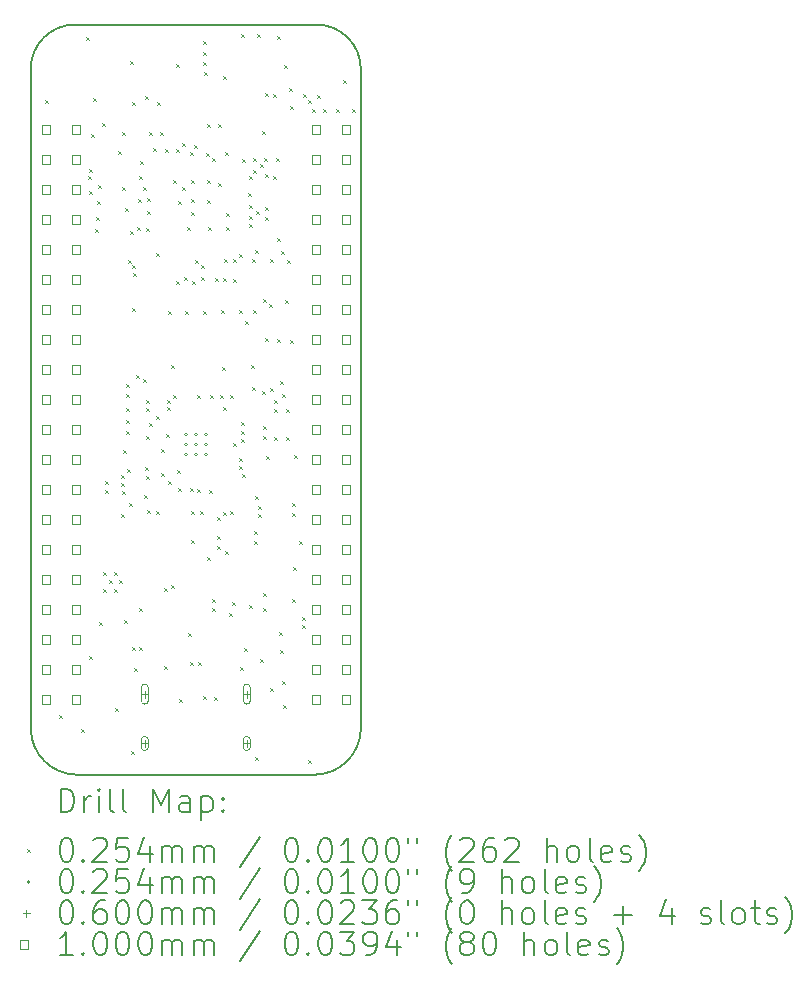
<source format=gbr>
%TF.GenerationSoftware,KiCad,Pcbnew,8.0.2*%
%TF.CreationDate,2024-10-27T15:33:06-07:00*%
%TF.ProjectId,pico2-ice,7069636f-322d-4696-9365-2e6b69636164,REV1*%
%TF.SameCoordinates,Original*%
%TF.FileFunction,Drillmap*%
%TF.FilePolarity,Positive*%
%FSLAX45Y45*%
G04 Gerber Fmt 4.5, Leading zero omitted, Abs format (unit mm)*
G04 Created by KiCad (PCBNEW 8.0.2) date 2024-10-27 15:33:06*
%MOMM*%
%LPD*%
G01*
G04 APERTURE LIST*
%ADD10C,0.127000*%
%ADD11C,0.200000*%
%ADD12C,0.100000*%
G04 APERTURE END LIST*
D10*
X8255000Y-13462000D02*
X6223000Y-13462000D01*
X8636000Y-7493000D02*
X8636000Y-13081000D01*
X6223000Y-7112000D02*
X8255000Y-7112000D01*
X5842000Y-13081000D02*
X5842000Y-7493000D01*
X6223000Y-13462000D02*
G75*
G02*
X5842000Y-13081000I10950J391950D01*
G01*
X5842000Y-7493000D02*
G75*
G02*
X6223000Y-7112000I375430J5570D01*
G01*
X8255000Y-7112000D02*
G75*
G02*
X8636000Y-7493000I5570J-375430D01*
G01*
X8636000Y-13081000D02*
G75*
G02*
X8255000Y-13462000I-391950J10950D01*
G01*
D11*
D12*
X5959872Y-7752887D02*
X5985272Y-7778287D01*
X5985272Y-7752887D02*
X5959872Y-7778287D01*
X6081792Y-12954807D02*
X6107192Y-12980207D01*
X6107192Y-12954807D02*
X6081792Y-12980207D01*
X6264672Y-13076727D02*
X6290072Y-13102127D01*
X6290072Y-13076727D02*
X6264672Y-13102127D01*
X6312872Y-7216207D02*
X6338272Y-7241607D01*
X6338272Y-7216207D02*
X6312872Y-7241607D01*
X6328172Y-8395507D02*
X6353572Y-8420907D01*
X6353572Y-8395507D02*
X6328172Y-8420907D01*
X6330712Y-8332007D02*
X6356112Y-8357407D01*
X6356112Y-8332007D02*
X6330712Y-8357407D01*
X6332872Y-12456207D02*
X6358272Y-12481607D01*
X6358272Y-12456207D02*
X6332872Y-12481607D01*
X6333252Y-8525047D02*
X6358652Y-8550447D01*
X6358652Y-8525047D02*
X6333252Y-8550447D01*
X6351032Y-8034827D02*
X6376432Y-8060227D01*
X6376432Y-8034827D02*
X6351032Y-8060227D01*
X6368812Y-7730027D02*
X6394212Y-7755427D01*
X6394212Y-7730027D02*
X6368812Y-7755427D01*
X6386592Y-8842547D02*
X6411992Y-8867947D01*
X6411992Y-8842547D02*
X6386592Y-8867947D01*
X6396752Y-8740947D02*
X6422152Y-8766347D01*
X6422152Y-8740947D02*
X6396752Y-8766347D01*
X6404372Y-8608867D02*
X6429772Y-8634267D01*
X6429772Y-8608867D02*
X6404372Y-8634267D01*
X6414012Y-8474007D02*
X6439412Y-8499407D01*
X6439412Y-8474007D02*
X6414012Y-8499407D01*
X6419612Y-12169947D02*
X6445012Y-12195347D01*
X6445012Y-12169947D02*
X6419612Y-12195347D01*
X6447552Y-7948467D02*
X6472952Y-7973867D01*
X6472952Y-7948467D02*
X6447552Y-7973867D01*
X6455172Y-11745767D02*
X6480572Y-11771167D01*
X6480572Y-11745767D02*
X6455172Y-11771167D01*
X6455172Y-11888007D02*
X6480572Y-11913407D01*
X6480572Y-11888007D02*
X6455172Y-11913407D01*
X6469721Y-10980536D02*
X6495121Y-11005936D01*
X6495121Y-10980536D02*
X6469721Y-11005936D01*
X6470412Y-11049807D02*
X6495812Y-11075207D01*
X6495812Y-11049807D02*
X6470412Y-11075207D01*
X6500892Y-11816887D02*
X6526292Y-11842287D01*
X6526292Y-11816887D02*
X6500892Y-11842287D01*
X6544072Y-11745767D02*
X6569472Y-11771167D01*
X6569472Y-11745767D02*
X6544072Y-11771167D01*
X6544072Y-11888007D02*
X6569472Y-11913407D01*
X6569472Y-11888007D02*
X6544072Y-11913407D01*
X6556772Y-12896387D02*
X6582172Y-12921787D01*
X6582172Y-12896387D02*
X6556772Y-12921787D01*
X6579632Y-8179607D02*
X6605032Y-8205007D01*
X6605032Y-8179607D02*
X6579632Y-8205007D01*
X6592332Y-11816887D02*
X6617732Y-11842287D01*
X6617732Y-11816887D02*
X6592332Y-11842287D01*
X6602872Y-11256207D02*
X6628272Y-11281607D01*
X6628272Y-11256207D02*
X6602872Y-11281607D01*
X6605032Y-10925347D02*
X6630432Y-10950747D01*
X6630432Y-10925347D02*
X6605032Y-10950747D01*
X6605032Y-10993927D02*
X6630432Y-11019327D01*
X6630432Y-10993927D02*
X6605032Y-11019327D01*
X6610112Y-11059967D02*
X6635512Y-11085367D01*
X6635512Y-11059967D02*
X6610112Y-11085367D01*
X6612652Y-8489487D02*
X6638052Y-8514887D01*
X6638052Y-8489487D02*
X6612652Y-8514887D01*
X6615192Y-8024667D02*
X6640592Y-8050067D01*
X6640592Y-8024667D02*
X6615192Y-8050067D01*
X6625352Y-10715300D02*
X6650752Y-10740700D01*
X6650752Y-10715300D02*
X6625352Y-10740700D01*
X6632872Y-12156207D02*
X6658272Y-12181607D01*
X6658272Y-12156207D02*
X6632872Y-12181607D01*
X6638052Y-8664747D02*
X6663452Y-8690147D01*
X6663452Y-8664747D02*
X6638052Y-8690147D01*
X6645672Y-10158267D02*
X6671072Y-10183667D01*
X6671072Y-10158267D02*
X6645672Y-10183667D01*
X6648212Y-10239547D02*
X6673612Y-10264947D01*
X6673612Y-10239547D02*
X6648212Y-10264947D01*
X6648212Y-10457987D02*
X6673612Y-10483387D01*
X6673612Y-10457987D02*
X6648212Y-10483387D01*
X6650752Y-10356387D02*
X6676152Y-10381787D01*
X6676152Y-10356387D02*
X6650752Y-10381787D01*
X6650752Y-10554507D02*
X6676152Y-10579907D01*
X6676152Y-10554507D02*
X6650752Y-10579907D01*
X6653292Y-10877087D02*
X6678692Y-10902487D01*
X6678692Y-10877087D02*
X6653292Y-10902487D01*
X6660912Y-9104167D02*
X6686312Y-9129567D01*
X6686312Y-9104167D02*
X6660912Y-9129567D01*
X6674206Y-11164702D02*
X6699606Y-11190102D01*
X6699606Y-11164702D02*
X6674206Y-11190102D01*
X6681232Y-8857787D02*
X6706632Y-8883187D01*
X6706632Y-8857787D02*
X6681232Y-8883187D01*
X6683772Y-7422687D02*
X6709172Y-7448087D01*
X6709172Y-7422687D02*
X6683772Y-7448087D01*
X6691392Y-13264687D02*
X6716792Y-13290087D01*
X6716792Y-13264687D02*
X6691392Y-13290087D01*
X6696472Y-12383307D02*
X6721872Y-12408707D01*
X6721872Y-12383307D02*
X6696472Y-12408707D01*
X6699012Y-7770667D02*
X6724412Y-7796067D01*
X6724412Y-7770667D02*
X6699012Y-7796067D01*
X6701552Y-9510567D02*
X6726952Y-9535967D01*
X6726952Y-9510567D02*
X6701552Y-9535967D01*
X6703099Y-9151628D02*
X6728499Y-9177028D01*
X6728499Y-9151628D02*
X6703099Y-9177028D01*
X6704092Y-9218467D02*
X6729492Y-9243867D01*
X6729492Y-9218467D02*
X6704092Y-9243867D01*
X6712872Y-12556207D02*
X6738272Y-12581607D01*
X6738272Y-12556207D02*
X6712872Y-12581607D01*
X6732032Y-10076987D02*
X6757432Y-10102387D01*
X6757432Y-10076987D02*
X6732032Y-10102387D01*
X6744732Y-8829847D02*
X6770132Y-8855247D01*
X6770132Y-8829847D02*
X6744732Y-8855247D01*
X6747272Y-8586007D02*
X6772672Y-8611407D01*
X6772672Y-8586007D02*
X6747272Y-8611407D01*
X6759972Y-12055647D02*
X6785372Y-12081047D01*
X6785372Y-12055647D02*
X6759972Y-12081047D01*
X6759972Y-12383307D02*
X6785372Y-12408707D01*
X6785372Y-12383307D02*
X6759972Y-12408707D01*
X6761933Y-8391006D02*
X6787333Y-8416406D01*
X6787333Y-8391006D02*
X6761933Y-8416406D01*
X6765052Y-8271047D02*
X6790452Y-8296447D01*
X6790452Y-8271047D02*
X6765052Y-8296447D01*
X6787912Y-8487207D02*
X6813312Y-8512607D01*
X6813312Y-8487207D02*
X6787912Y-8512607D01*
X6792992Y-10110007D02*
X6818392Y-10135407D01*
X6818392Y-10110007D02*
X6792992Y-10135407D01*
X6798024Y-11098067D02*
X6823424Y-11123467D01*
X6823424Y-11098067D02*
X6798024Y-11123467D01*
X6805692Y-7719867D02*
X6831092Y-7745267D01*
X6831092Y-7719867D02*
X6805692Y-7745267D01*
X6812606Y-10855033D02*
X6838006Y-10880433D01*
X6838006Y-10855033D02*
X6812606Y-10880433D01*
X6813312Y-8837467D02*
X6838712Y-8862867D01*
X6838712Y-8837467D02*
X6813312Y-8862867D01*
X6813312Y-10938047D02*
X6838712Y-10963447D01*
X6838712Y-10938047D02*
X6813312Y-10963447D01*
X6818392Y-10290347D02*
X6843792Y-10315747D01*
X6843792Y-10290347D02*
X6818392Y-10315747D01*
X6820932Y-10361467D02*
X6846332Y-10386867D01*
X6846332Y-10361467D02*
X6820932Y-10386867D01*
X6820932Y-10597687D02*
X6846332Y-10623087D01*
X6846332Y-10597687D02*
X6820932Y-10623087D01*
X6828552Y-8583467D02*
X6853952Y-8608867D01*
X6853952Y-8583467D02*
X6828552Y-8608867D01*
X6828552Y-8686407D02*
X6853952Y-8711807D01*
X6853952Y-8686407D02*
X6828552Y-8711807D01*
X6828552Y-11222527D02*
X6853952Y-11247927D01*
X6853952Y-11222527D02*
X6828552Y-11247927D01*
X6841252Y-8022127D02*
X6866652Y-8047527D01*
X6866652Y-8022127D02*
X6841252Y-8047527D01*
X6841252Y-10485927D02*
X6866652Y-10511327D01*
X6866652Y-10485927D02*
X6841252Y-10511327D01*
X6879012Y-8159627D02*
X6904412Y-8185027D01*
X6904412Y-8159627D02*
X6879012Y-8185027D01*
X6898514Y-9043207D02*
X6923914Y-9068607D01*
X6923914Y-9043207D02*
X6898514Y-9068607D01*
X6899672Y-10422427D02*
X6925072Y-10447827D01*
X6925072Y-10422427D02*
X6899672Y-10447827D01*
X6899672Y-11232687D02*
X6925072Y-11258087D01*
X6925072Y-11232687D02*
X6899672Y-11258087D01*
X6912372Y-7765587D02*
X6937772Y-7790987D01*
X6937772Y-7765587D02*
X6912372Y-7790987D01*
X6935232Y-8022127D02*
X6960632Y-8047527D01*
X6960632Y-8022127D02*
X6935232Y-8047527D01*
X6940312Y-10706907D02*
X6965712Y-10732307D01*
X6965712Y-10706907D02*
X6940312Y-10732307D01*
X6940312Y-10905027D02*
X6965712Y-10930427D01*
X6965712Y-10905027D02*
X6940312Y-10930427D01*
X6973332Y-11885467D02*
X6998732Y-11910867D01*
X6998732Y-11885467D02*
X6973332Y-11910867D01*
X6973332Y-12545867D02*
X6998732Y-12571267D01*
X6998732Y-12545867D02*
X6973332Y-12571267D01*
X6980952Y-8164367D02*
X7006352Y-8189767D01*
X7006352Y-8164367D02*
X6980952Y-8189767D01*
X6986032Y-10577367D02*
X7011432Y-10602767D01*
X7011432Y-10577367D02*
X6986032Y-10602767D01*
X6996192Y-10290347D02*
X7021592Y-10315747D01*
X7021592Y-10290347D02*
X6996192Y-10315747D01*
X6997339Y-10353837D02*
X7022739Y-10379237D01*
X7022739Y-10353837D02*
X6997339Y-10379237D01*
X7000580Y-10976147D02*
X7025980Y-11001547D01*
X7025980Y-10976147D02*
X7000580Y-11001547D01*
X7001272Y-9535967D02*
X7026672Y-9561367D01*
X7026672Y-9535967D02*
X7001272Y-9561367D01*
X7026672Y-9995707D02*
X7052072Y-10021107D01*
X7052072Y-9995707D02*
X7026672Y-10021107D01*
X7032872Y-11856207D02*
X7058272Y-11881607D01*
X7058272Y-11856207D02*
X7032872Y-11881607D01*
X7046992Y-8431067D02*
X7072392Y-8456467D01*
X7072392Y-8431067D02*
X7046992Y-8456467D01*
X7046992Y-10247167D02*
X7072392Y-10272567D01*
X7072392Y-10247167D02*
X7046992Y-10272567D01*
X7067312Y-7445547D02*
X7092712Y-7470947D01*
X7092712Y-7445547D02*
X7067312Y-7470947D01*
X7067312Y-9281967D02*
X7092712Y-9307367D01*
X7092712Y-9281967D02*
X7067312Y-9307367D01*
X7072392Y-8166907D02*
X7097792Y-8192307D01*
X7097792Y-8166907D02*
X7072392Y-8192307D01*
X7080012Y-10882167D02*
X7105412Y-10907567D01*
X7105412Y-10882167D02*
X7080012Y-10907567D01*
X7087632Y-8603787D02*
X7113032Y-8629187D01*
X7113032Y-8603787D02*
X7087632Y-8629187D01*
X7092020Y-11039647D02*
X7117420Y-11065047D01*
X7117420Y-11039647D02*
X7092020Y-11065047D01*
X7100332Y-12820187D02*
X7125732Y-12845587D01*
X7125732Y-12820187D02*
X7100332Y-12845587D01*
X7120652Y-8118647D02*
X7146052Y-8144047D01*
X7146052Y-8118647D02*
X7120652Y-8144047D01*
X7125732Y-8486947D02*
X7151132Y-8512347D01*
X7151132Y-8486947D02*
X7125732Y-8512347D01*
X7138432Y-9246407D02*
X7163832Y-9271807D01*
X7163832Y-9246407D02*
X7138432Y-9271807D01*
X7151132Y-9538507D02*
X7176532Y-9563907D01*
X7176532Y-9538507D02*
X7151132Y-9563907D01*
X7163832Y-8827307D02*
X7189232Y-8852707D01*
X7189232Y-8827307D02*
X7163832Y-8852707D01*
X7173992Y-12263927D02*
X7199392Y-12289327D01*
X7199392Y-12263927D02*
X7173992Y-12289327D01*
X7186001Y-8189076D02*
X7211401Y-8214476D01*
X7211401Y-8189076D02*
X7186001Y-8214476D01*
X7186692Y-11039647D02*
X7212092Y-11065047D01*
X7212092Y-11039647D02*
X7186692Y-11065047D01*
X7193851Y-12512847D02*
X7219251Y-12538247D01*
X7219251Y-12512847D02*
X7193851Y-12538247D01*
X7194312Y-8591087D02*
X7219712Y-8616487D01*
X7219712Y-8591087D02*
X7194312Y-8616487D01*
X7194312Y-8695227D02*
X7219712Y-8720627D01*
X7219712Y-8695227D02*
X7194312Y-8720627D01*
X7196852Y-11476527D02*
X7222252Y-11501927D01*
X7222252Y-11476527D02*
X7196852Y-11501927D01*
X7199392Y-8431067D02*
X7224792Y-8456467D01*
X7224792Y-8431067D02*
X7199392Y-8456467D01*
X7199392Y-11232687D02*
X7224792Y-11258087D01*
X7224792Y-11232687D02*
X7199392Y-11258087D01*
X7207012Y-9284507D02*
X7232412Y-9309907D01*
X7232412Y-9284507D02*
X7207012Y-9309907D01*
X7224792Y-8133887D02*
X7250192Y-8159287D01*
X7250192Y-8133887D02*
X7224792Y-8159287D01*
X7229872Y-9104167D02*
X7255272Y-9129567D01*
X7255272Y-9104167D02*
X7229872Y-9129567D01*
X7245112Y-10252247D02*
X7270512Y-10277647D01*
X7270512Y-10252247D02*
X7245112Y-10277647D01*
X7250137Y-11042291D02*
X7275537Y-11067691D01*
X7275537Y-11042291D02*
X7250137Y-11067691D01*
X7258748Y-12512847D02*
X7284148Y-12538247D01*
X7284148Y-12512847D02*
X7258748Y-12538247D01*
X7275592Y-11232687D02*
X7300992Y-11258087D01*
X7300992Y-11232687D02*
X7275592Y-11258087D01*
X7280672Y-9147347D02*
X7306072Y-9172747D01*
X7306072Y-9147347D02*
X7280672Y-9172747D01*
X7283212Y-9246407D02*
X7308612Y-9271807D01*
X7308612Y-9246407D02*
X7283212Y-9271807D01*
X7295912Y-7341407D02*
X7321312Y-7366807D01*
X7321312Y-7341407D02*
X7295912Y-7366807D01*
X7300992Y-7427767D02*
X7326392Y-7453167D01*
X7326392Y-7427767D02*
X7300992Y-7453167D01*
X7300992Y-12799867D02*
X7326392Y-12825267D01*
X7326392Y-12799867D02*
X7300992Y-12825267D01*
X7303532Y-7247427D02*
X7328932Y-7272827D01*
X7328932Y-7247427D02*
X7303532Y-7272827D01*
X7303532Y-9541047D02*
X7328932Y-9566447D01*
X7328932Y-9541047D02*
X7303532Y-9566447D01*
X7311152Y-7515270D02*
X7336552Y-7540670D01*
X7336552Y-7515270D02*
X7311152Y-7540670D01*
X7328932Y-8199927D02*
X7354332Y-8225327D01*
X7354332Y-8199927D02*
X7328932Y-8225327D01*
X7331472Y-8425987D02*
X7356872Y-8451387D01*
X7356872Y-8425987D02*
X7331472Y-8451387D01*
X7331472Y-11623847D02*
X7356872Y-11649247D01*
X7356872Y-11623847D02*
X7331472Y-11649247D01*
X7332945Y-7955055D02*
X7358345Y-7980455D01*
X7358345Y-7955055D02*
X7332945Y-7980455D01*
X7334012Y-8593627D02*
X7359412Y-8619027D01*
X7359412Y-8593627D02*
X7334012Y-8619027D01*
X7339092Y-8827307D02*
X7364492Y-8852707D01*
X7364492Y-8827307D02*
X7339092Y-8852707D01*
X7349252Y-11054887D02*
X7374652Y-11080287D01*
X7374652Y-11054887D02*
X7349252Y-11080287D01*
X7361952Y-10252247D02*
X7387352Y-10277647D01*
X7387352Y-10252247D02*
X7361952Y-10277647D01*
X7372112Y-11974367D02*
X7397512Y-11999767D01*
X7397512Y-11974367D02*
X7372112Y-11999767D01*
X7372112Y-12050567D02*
X7397512Y-12075967D01*
X7397512Y-12050567D02*
X7372112Y-12075967D01*
X7379472Y-8238371D02*
X7404872Y-8263771D01*
X7404872Y-8238371D02*
X7379472Y-8263771D01*
X7392432Y-12802407D02*
X7417832Y-12827807D01*
X7417832Y-12802407D02*
X7392432Y-12827807D01*
X7397512Y-9261647D02*
X7422912Y-9287047D01*
X7422912Y-9261647D02*
X7397512Y-9287047D01*
X7414601Y-11442816D02*
X7440001Y-11468216D01*
X7440001Y-11442816D02*
X7414601Y-11468216D01*
X7415292Y-11278407D02*
X7440692Y-11303807D01*
X7440692Y-11278407D02*
X7415292Y-11303807D01*
X7418786Y-11528330D02*
X7444186Y-11553730D01*
X7444186Y-11528330D02*
X7418786Y-11553730D01*
X7429465Y-7955055D02*
X7454865Y-7980455D01*
X7454865Y-7955055D02*
X7429465Y-7980455D01*
X7430532Y-8456467D02*
X7455932Y-8481867D01*
X7455932Y-8456467D02*
X7430532Y-8481867D01*
X7443232Y-10252247D02*
X7468632Y-10277647D01*
X7468632Y-10252247D02*
X7443232Y-10277647D01*
X7450852Y-9528347D02*
X7476252Y-9553747D01*
X7476252Y-9528347D02*
X7450852Y-9553747D01*
X7459212Y-10011365D02*
X7484612Y-10036765D01*
X7484612Y-10011365D02*
X7459212Y-10036765D01*
X7466092Y-10353847D02*
X7491492Y-10379247D01*
X7491492Y-10353847D02*
X7466092Y-10379247D01*
X7466536Y-11240188D02*
X7491936Y-11265588D01*
X7491936Y-11240188D02*
X7466536Y-11265588D01*
X7471172Y-7549687D02*
X7496572Y-7575087D01*
X7496572Y-7549687D02*
X7471172Y-7575087D01*
X7471172Y-9261647D02*
X7496572Y-9287047D01*
X7496572Y-9261647D02*
X7471172Y-9287047D01*
X7481332Y-9096547D02*
X7506732Y-9121947D01*
X7506732Y-9096547D02*
X7481332Y-9121947D01*
X7483872Y-11565427D02*
X7509272Y-11590827D01*
X7509272Y-11565427D02*
X7483872Y-11590827D01*
X7488952Y-8192307D02*
X7514352Y-8217707D01*
X7514352Y-8192307D02*
X7488952Y-8217707D01*
X7491492Y-8705387D02*
X7516892Y-8730787D01*
X7516892Y-8705387D02*
X7491492Y-8730787D01*
X7491492Y-8827307D02*
X7516892Y-8852707D01*
X7516892Y-8827307D02*
X7491492Y-8852707D01*
X7521972Y-12091207D02*
X7547372Y-12116607D01*
X7547372Y-12091207D02*
X7521972Y-12116607D01*
X7529592Y-10252247D02*
X7554992Y-10277647D01*
X7554992Y-10252247D02*
X7529592Y-10277647D01*
X7529592Y-11232687D02*
X7554992Y-11258087D01*
X7554992Y-11232687D02*
X7529592Y-11258087D01*
X7544832Y-12004847D02*
X7570232Y-12030247D01*
X7570232Y-12004847D02*
X7544832Y-12030247D01*
X7552452Y-9266727D02*
X7577852Y-9292127D01*
X7577852Y-9266727D02*
X7552452Y-9292127D01*
X7554992Y-10656107D02*
X7580392Y-10681507D01*
X7580392Y-10656107D02*
X7554992Y-10681507D01*
X7557532Y-9094007D02*
X7582932Y-9119407D01*
X7582932Y-9094007D02*
X7557532Y-9119407D01*
X7600712Y-9528347D02*
X7626112Y-9553747D01*
X7626112Y-9528347D02*
X7600712Y-9553747D01*
X7604091Y-9050827D02*
X7629491Y-9076227D01*
X7629491Y-9050827D02*
X7604091Y-9076227D01*
X7606331Y-10782852D02*
X7631731Y-10808252D01*
X7631731Y-10782852D02*
X7606331Y-10808252D01*
X7606331Y-10847749D02*
X7631731Y-10873149D01*
X7631731Y-10847749D02*
X7606331Y-10873149D01*
X7610872Y-12550947D02*
X7636272Y-12576347D01*
X7636272Y-12550947D02*
X7610872Y-12576347D01*
X7618492Y-10554507D02*
X7643892Y-10579907D01*
X7643892Y-10554507D02*
X7618492Y-10579907D01*
X7621032Y-10475767D02*
X7646432Y-10501167D01*
X7646432Y-10475767D02*
X7621032Y-10501167D01*
X7621032Y-10620547D02*
X7646432Y-10645947D01*
X7646432Y-10620547D02*
X7621032Y-10645947D01*
X7623572Y-7188200D02*
X7648972Y-7213600D01*
X7648972Y-7188200D02*
X7623572Y-7213600D01*
X7626112Y-8250727D02*
X7651512Y-8276127D01*
X7651512Y-8250727D02*
X7626112Y-8276127D01*
X7631192Y-10917727D02*
X7656592Y-10943127D01*
X7656592Y-10917727D02*
X7631192Y-10943127D01*
X7648972Y-12393467D02*
X7674372Y-12418867D01*
X7674372Y-12393467D02*
X7648972Y-12418867D01*
X7651512Y-9622327D02*
X7676912Y-9647727D01*
X7676912Y-9622327D02*
X7651512Y-9647727D01*
X7684532Y-8536407D02*
X7709932Y-8561807D01*
X7709932Y-8536407D02*
X7684532Y-8561807D01*
X7688342Y-12026437D02*
X7713742Y-12051837D01*
X7713742Y-12026437D02*
X7688342Y-12051837D01*
X7688805Y-8798335D02*
X7714205Y-8823735D01*
X7714205Y-8798335D02*
X7688805Y-8823735D01*
X7689612Y-8398047D02*
X7715012Y-8423447D01*
X7715012Y-8398047D02*
X7689612Y-8423447D01*
X7689612Y-8733327D02*
X7715012Y-8758727D01*
X7715012Y-8733327D02*
X7689612Y-8758727D01*
X7691345Y-8640855D02*
X7716745Y-8666255D01*
X7716745Y-8640855D02*
X7691345Y-8666255D01*
X7709932Y-9993167D02*
X7735332Y-10018567D01*
X7735332Y-9993167D02*
X7709932Y-10018567D01*
X7711595Y-9098301D02*
X7736995Y-9123701D01*
X7736995Y-9098301D02*
X7711595Y-9123701D01*
X7715012Y-10181127D02*
X7740412Y-10206527D01*
X7740412Y-10181127D02*
X7715012Y-10206527D01*
X7722632Y-8245647D02*
X7748032Y-8271047D01*
X7748032Y-8245647D02*
X7722632Y-8271047D01*
X7722632Y-9525807D02*
X7748032Y-9551207D01*
X7748032Y-9525807D02*
X7722632Y-9551207D01*
X7725172Y-8339627D02*
X7750572Y-8365027D01*
X7750572Y-8339627D02*
X7725172Y-8365027D01*
X7727712Y-11400327D02*
X7753112Y-11425727D01*
X7753112Y-11400327D02*
X7727712Y-11425727D01*
X7727712Y-11484147D02*
X7753112Y-11509547D01*
X7753112Y-11484147D02*
X7727712Y-11509547D01*
X7740412Y-9020347D02*
X7765812Y-9045747D01*
X7765812Y-9020347D02*
X7740412Y-9045747D01*
X7742872Y-11106207D02*
X7768272Y-11131607D01*
X7768272Y-11106207D02*
X7742872Y-11131607D01*
X7742952Y-13310407D02*
X7768352Y-13335807D01*
X7768352Y-13310407D02*
X7742952Y-13335807D01*
X7748032Y-8687607D02*
X7773432Y-8713007D01*
X7773432Y-8687607D02*
X7748032Y-8713007D01*
X7753112Y-7189007D02*
X7778512Y-7214407D01*
X7778512Y-7189007D02*
X7753112Y-7214407D01*
X7763272Y-11189507D02*
X7788672Y-11214907D01*
X7788672Y-11189507D02*
X7763272Y-11214907D01*
X7765812Y-11255547D02*
X7791212Y-11280947D01*
X7791212Y-11255547D02*
X7765812Y-11280947D01*
X7778512Y-12482367D02*
X7803912Y-12507767D01*
X7803912Y-12482367D02*
X7778512Y-12507767D01*
X7781052Y-8293907D02*
X7806452Y-8319307D01*
X7806452Y-8293907D02*
X7781052Y-8319307D01*
X7796292Y-8009427D02*
X7821692Y-8034827D01*
X7821692Y-8009427D02*
X7796292Y-8034827D01*
X7796292Y-10216687D02*
X7821692Y-10242087D01*
X7821692Y-10216687D02*
X7796292Y-10242087D01*
X7803912Y-10513867D02*
X7829312Y-10539267D01*
X7829312Y-10513867D02*
X7803912Y-10539267D01*
X7803912Y-10595147D02*
X7829312Y-10620547D01*
X7829312Y-10595147D02*
X7803912Y-10620547D01*
X7803912Y-12055647D02*
X7829312Y-12081047D01*
X7829312Y-12055647D02*
X7803912Y-12081047D01*
X7807328Y-9437519D02*
X7832728Y-9462919D01*
X7832728Y-9437519D02*
X7807328Y-9462919D01*
X7808992Y-11928647D02*
X7834392Y-11954047D01*
X7834392Y-11928647D02*
X7808992Y-11954047D01*
X7814072Y-8238027D02*
X7839472Y-8263427D01*
X7839472Y-8238027D02*
X7814072Y-8263427D01*
X7824232Y-7694467D02*
X7849632Y-7719867D01*
X7849632Y-7694467D02*
X7824232Y-7719867D01*
X7824232Y-9764567D02*
X7849632Y-9789967D01*
X7849632Y-9764567D02*
X7824232Y-9789967D01*
X7825252Y-8654044D02*
X7850652Y-8679444D01*
X7850652Y-8654044D02*
X7825252Y-8679444D01*
X7826772Y-8743487D02*
X7852172Y-8768887D01*
X7852172Y-8743487D02*
X7826772Y-8768887D01*
X7827351Y-8378306D02*
X7852751Y-8403706D01*
X7852751Y-8378306D02*
X7827351Y-8403706D01*
X7829312Y-10765327D02*
X7854712Y-10790727D01*
X7854712Y-10765327D02*
X7829312Y-10790727D01*
X7855971Y-9480444D02*
X7881371Y-9505844D01*
X7881371Y-9480444D02*
X7855971Y-9505844D01*
X7864872Y-9096547D02*
X7890272Y-9121947D01*
X7890272Y-9096547D02*
X7864872Y-9121947D01*
X7864872Y-10186207D02*
X7890272Y-10211607D01*
X7890272Y-10186207D02*
X7864872Y-10211607D01*
X7869952Y-12726207D02*
X7895352Y-12751607D01*
X7895352Y-12726207D02*
X7869952Y-12751607D01*
X7892812Y-7697007D02*
X7918212Y-7722407D01*
X7918212Y-7697007D02*
X7892812Y-7722407D01*
X7895352Y-8398047D02*
X7920752Y-8423447D01*
X7920752Y-8398047D02*
X7895352Y-8423447D01*
X7902972Y-10290347D02*
X7928372Y-10315747D01*
X7928372Y-10290347D02*
X7902972Y-10315747D01*
X7902972Y-10364007D02*
X7928372Y-10389407D01*
X7928372Y-10364007D02*
X7902972Y-10389407D01*
X7902972Y-10600227D02*
X7928372Y-10625627D01*
X7928372Y-10600227D02*
X7902972Y-10625627D01*
X7918212Y-8245647D02*
X7943612Y-8271047D01*
X7943612Y-8245647D02*
X7918212Y-8271047D01*
X7923292Y-7211867D02*
X7948692Y-7237267D01*
X7948692Y-7211867D02*
X7923292Y-7237267D01*
X7928372Y-8919009D02*
X7953772Y-8944409D01*
X7953772Y-8919009D02*
X7928372Y-8944409D01*
X7928372Y-9774727D02*
X7953772Y-9800127D01*
X7953772Y-9774727D02*
X7928372Y-9800127D01*
X7946152Y-12253767D02*
X7971552Y-12279167D01*
X7971552Y-12253767D02*
X7946152Y-12279167D01*
X7948692Y-12408707D02*
X7974092Y-12434107D01*
X7974092Y-12408707D02*
X7948692Y-12434107D01*
X7951232Y-10127787D02*
X7976632Y-10153187D01*
X7976632Y-10127787D02*
X7951232Y-10153187D01*
X7956312Y-9025427D02*
X7981712Y-9050827D01*
X7981712Y-9025427D02*
X7956312Y-9050827D01*
X7969012Y-10237007D02*
X7994412Y-10262407D01*
X7994412Y-10237007D02*
X7969012Y-10262407D01*
X7971552Y-12670327D02*
X7996952Y-12695727D01*
X7996952Y-12670327D02*
X7971552Y-12695727D01*
X7976632Y-12873527D02*
X8002032Y-12898927D01*
X8002032Y-12873527D02*
X7976632Y-12898927D01*
X7981712Y-7455707D02*
X8007112Y-7481107D01*
X8007112Y-7455707D02*
X7981712Y-7481107D01*
X7991872Y-9447067D02*
X8017272Y-9472467D01*
X8017272Y-9447067D02*
X7991872Y-9472467D01*
X7999492Y-10369087D02*
X8024892Y-10394487D01*
X8024892Y-10369087D02*
X7999492Y-10394487D01*
X7999492Y-10602767D02*
X8024892Y-10628167D01*
X8024892Y-10602767D02*
X7999492Y-10628167D01*
X8012192Y-9106707D02*
X8037592Y-9132107D01*
X8037592Y-9106707D02*
X8012192Y-9132107D01*
X8029972Y-7648747D02*
X8055372Y-7674147D01*
X8055372Y-7648747D02*
X8029972Y-7674147D01*
X8032512Y-7798607D02*
X8057912Y-7824007D01*
X8057912Y-7798607D02*
X8032512Y-7824007D01*
X8032512Y-9779807D02*
X8057912Y-9805207D01*
X8057912Y-9779807D02*
X8032512Y-9805207D01*
X8050292Y-11245387D02*
X8075692Y-11270787D01*
X8075692Y-11245387D02*
X8050292Y-11270787D01*
X8050292Y-11976907D02*
X8075692Y-12002307D01*
X8075692Y-11976907D02*
X8050292Y-12002307D01*
X8052832Y-11159027D02*
X8078232Y-11184427D01*
X8078232Y-11159027D02*
X8052832Y-11184427D01*
X8057912Y-11707667D02*
X8083312Y-11733067D01*
X8083312Y-11707667D02*
X8057912Y-11733067D01*
X8073152Y-10752627D02*
X8098552Y-10778027D01*
X8098552Y-10752627D02*
X8073152Y-10778027D01*
X8116332Y-11484147D02*
X8141732Y-11509547D01*
X8141732Y-11484147D02*
X8116332Y-11509547D01*
X8134112Y-12126767D02*
X8159512Y-12152167D01*
X8159512Y-12126767D02*
X8134112Y-12152167D01*
X8134112Y-12195347D02*
X8159512Y-12220747D01*
X8159512Y-12195347D02*
X8134112Y-12220747D01*
X8144272Y-7697007D02*
X8169672Y-7722407D01*
X8169672Y-7697007D02*
X8144272Y-7722407D01*
X8184912Y-13335807D02*
X8210312Y-13361207D01*
X8210312Y-13335807D02*
X8184912Y-13361207D01*
X8189992Y-7750347D02*
X8215392Y-7775747D01*
X8215392Y-7750347D02*
X8189992Y-7775747D01*
X8220472Y-7826547D02*
X8245872Y-7851947D01*
X8245872Y-7826547D02*
X8220472Y-7851947D01*
X8261112Y-7712247D02*
X8286512Y-7737647D01*
X8286512Y-7712247D02*
X8261112Y-7737647D01*
X8319532Y-7826547D02*
X8344932Y-7851947D01*
X8344932Y-7826547D02*
X8319532Y-7851947D01*
X8423672Y-7829087D02*
X8449072Y-7854487D01*
X8449072Y-7829087D02*
X8423672Y-7854487D01*
X8484632Y-7585247D02*
X8510032Y-7610647D01*
X8510032Y-7585247D02*
X8484632Y-7610647D01*
X8563372Y-7829087D02*
X8588772Y-7854487D01*
X8588772Y-7829087D02*
X8563372Y-7854487D01*
X7166700Y-10583000D02*
G75*
G02*
X7141300Y-10583000I-12700J0D01*
G01*
X7141300Y-10583000D02*
G75*
G02*
X7166700Y-10583000I12700J0D01*
G01*
X7166700Y-10668000D02*
G75*
G02*
X7141300Y-10668000I-12700J0D01*
G01*
X7141300Y-10668000D02*
G75*
G02*
X7166700Y-10668000I12700J0D01*
G01*
X7166700Y-10753000D02*
G75*
G02*
X7141300Y-10753000I-12700J0D01*
G01*
X7141300Y-10753000D02*
G75*
G02*
X7166700Y-10753000I12700J0D01*
G01*
X7251700Y-10583000D02*
G75*
G02*
X7226300Y-10583000I-12700J0D01*
G01*
X7226300Y-10583000D02*
G75*
G02*
X7251700Y-10583000I12700J0D01*
G01*
X7251700Y-10668000D02*
G75*
G02*
X7226300Y-10668000I-12700J0D01*
G01*
X7226300Y-10668000D02*
G75*
G02*
X7251700Y-10668000I12700J0D01*
G01*
X7251700Y-10753000D02*
G75*
G02*
X7226300Y-10753000I-12700J0D01*
G01*
X7226300Y-10753000D02*
G75*
G02*
X7251700Y-10753000I12700J0D01*
G01*
X7336700Y-10583000D02*
G75*
G02*
X7311300Y-10583000I-12700J0D01*
G01*
X7311300Y-10583000D02*
G75*
G02*
X7336700Y-10583000I12700J0D01*
G01*
X7336700Y-10668000D02*
G75*
G02*
X7311300Y-10668000I-12700J0D01*
G01*
X7311300Y-10668000D02*
G75*
G02*
X7336700Y-10668000I12700J0D01*
G01*
X7336700Y-10753000D02*
G75*
G02*
X7311300Y-10753000I-12700J0D01*
G01*
X7311300Y-10753000D02*
G75*
G02*
X7336700Y-10753000I12700J0D01*
G01*
X6807000Y-12750700D02*
X6807000Y-12810700D01*
X6777000Y-12780700D02*
X6837000Y-12780700D01*
X6777000Y-12725700D02*
X6777000Y-12835700D01*
X6837000Y-12835700D02*
G75*
G02*
X6777000Y-12835700I-30000J0D01*
G01*
X6837000Y-12835700D02*
X6837000Y-12725700D01*
X6837000Y-12725700D02*
G75*
G03*
X6777000Y-12725700I-30000J0D01*
G01*
X6807000Y-13168700D02*
X6807000Y-13228700D01*
X6777000Y-13198700D02*
X6837000Y-13198700D01*
X6777000Y-13168700D02*
X6777000Y-13228700D01*
X6837000Y-13228700D02*
G75*
G02*
X6777000Y-13228700I-30000J0D01*
G01*
X6837000Y-13228700D02*
X6837000Y-13168700D01*
X6837000Y-13168700D02*
G75*
G03*
X6777000Y-13168700I-30000J0D01*
G01*
X7671000Y-12750700D02*
X7671000Y-12810700D01*
X7641000Y-12780700D02*
X7701000Y-12780700D01*
X7641000Y-12725700D02*
X7641000Y-12835700D01*
X7701000Y-12835700D02*
G75*
G02*
X7641000Y-12835700I-30000J0D01*
G01*
X7701000Y-12835700D02*
X7701000Y-12725700D01*
X7701000Y-12725700D02*
G75*
G03*
X7641000Y-12725700I-30000J0D01*
G01*
X7671000Y-13168700D02*
X7671000Y-13228700D01*
X7641000Y-13198700D02*
X7701000Y-13198700D01*
X7641000Y-13168700D02*
X7641000Y-13228700D01*
X7701000Y-13228700D02*
G75*
G02*
X7641000Y-13228700I-30000J0D01*
G01*
X7701000Y-13228700D02*
X7701000Y-13168700D01*
X7701000Y-13168700D02*
G75*
G03*
X7641000Y-13168700I-30000J0D01*
G01*
X6004356Y-8036356D02*
X6004356Y-7965644D01*
X5933644Y-7965644D01*
X5933644Y-8036356D01*
X6004356Y-8036356D01*
X6004356Y-8290356D02*
X6004356Y-8219644D01*
X5933644Y-8219644D01*
X5933644Y-8290356D01*
X6004356Y-8290356D01*
X6004356Y-8544356D02*
X6004356Y-8473644D01*
X5933644Y-8473644D01*
X5933644Y-8544356D01*
X6004356Y-8544356D01*
X6004356Y-8798356D02*
X6004356Y-8727644D01*
X5933644Y-8727644D01*
X5933644Y-8798356D01*
X6004356Y-8798356D01*
X6004356Y-9052356D02*
X6004356Y-8981644D01*
X5933644Y-8981644D01*
X5933644Y-9052356D01*
X6004356Y-9052356D01*
X6004356Y-9306356D02*
X6004356Y-9235644D01*
X5933644Y-9235644D01*
X5933644Y-9306356D01*
X6004356Y-9306356D01*
X6004356Y-9560356D02*
X6004356Y-9489644D01*
X5933644Y-9489644D01*
X5933644Y-9560356D01*
X6004356Y-9560356D01*
X6004356Y-9814356D02*
X6004356Y-9743644D01*
X5933644Y-9743644D01*
X5933644Y-9814356D01*
X6004356Y-9814356D01*
X6004356Y-10068356D02*
X6004356Y-9997644D01*
X5933644Y-9997644D01*
X5933644Y-10068356D01*
X6004356Y-10068356D01*
X6004356Y-10322356D02*
X6004356Y-10251644D01*
X5933644Y-10251644D01*
X5933644Y-10322356D01*
X6004356Y-10322356D01*
X6004356Y-10576356D02*
X6004356Y-10505644D01*
X5933644Y-10505644D01*
X5933644Y-10576356D01*
X6004356Y-10576356D01*
X6004356Y-10830356D02*
X6004356Y-10759644D01*
X5933644Y-10759644D01*
X5933644Y-10830356D01*
X6004356Y-10830356D01*
X6004356Y-11084356D02*
X6004356Y-11013644D01*
X5933644Y-11013644D01*
X5933644Y-11084356D01*
X6004356Y-11084356D01*
X6004356Y-11338356D02*
X6004356Y-11267644D01*
X5933644Y-11267644D01*
X5933644Y-11338356D01*
X6004356Y-11338356D01*
X6004356Y-11592356D02*
X6004356Y-11521644D01*
X5933644Y-11521644D01*
X5933644Y-11592356D01*
X6004356Y-11592356D01*
X6004356Y-11846356D02*
X6004356Y-11775644D01*
X5933644Y-11775644D01*
X5933644Y-11846356D01*
X6004356Y-11846356D01*
X6004356Y-12100356D02*
X6004356Y-12029644D01*
X5933644Y-12029644D01*
X5933644Y-12100356D01*
X6004356Y-12100356D01*
X6004356Y-12354356D02*
X6004356Y-12283644D01*
X5933644Y-12283644D01*
X5933644Y-12354356D01*
X6004356Y-12354356D01*
X6004356Y-12608356D02*
X6004356Y-12537644D01*
X5933644Y-12537644D01*
X5933644Y-12608356D01*
X6004356Y-12608356D01*
X6004356Y-12862356D02*
X6004356Y-12791644D01*
X5933644Y-12791644D01*
X5933644Y-12862356D01*
X6004356Y-12862356D01*
X6258356Y-8036356D02*
X6258356Y-7965644D01*
X6187644Y-7965644D01*
X6187644Y-8036356D01*
X6258356Y-8036356D01*
X6258356Y-8290356D02*
X6258356Y-8219644D01*
X6187644Y-8219644D01*
X6187644Y-8290356D01*
X6258356Y-8290356D01*
X6258356Y-8544356D02*
X6258356Y-8473644D01*
X6187644Y-8473644D01*
X6187644Y-8544356D01*
X6258356Y-8544356D01*
X6258356Y-8798356D02*
X6258356Y-8727644D01*
X6187644Y-8727644D01*
X6187644Y-8798356D01*
X6258356Y-8798356D01*
X6258356Y-9052356D02*
X6258356Y-8981644D01*
X6187644Y-8981644D01*
X6187644Y-9052356D01*
X6258356Y-9052356D01*
X6258356Y-9306356D02*
X6258356Y-9235644D01*
X6187644Y-9235644D01*
X6187644Y-9306356D01*
X6258356Y-9306356D01*
X6258356Y-9560356D02*
X6258356Y-9489644D01*
X6187644Y-9489644D01*
X6187644Y-9560356D01*
X6258356Y-9560356D01*
X6258356Y-9814356D02*
X6258356Y-9743644D01*
X6187644Y-9743644D01*
X6187644Y-9814356D01*
X6258356Y-9814356D01*
X6258356Y-10068356D02*
X6258356Y-9997644D01*
X6187644Y-9997644D01*
X6187644Y-10068356D01*
X6258356Y-10068356D01*
X6258356Y-10322356D02*
X6258356Y-10251644D01*
X6187644Y-10251644D01*
X6187644Y-10322356D01*
X6258356Y-10322356D01*
X6258356Y-10576356D02*
X6258356Y-10505644D01*
X6187644Y-10505644D01*
X6187644Y-10576356D01*
X6258356Y-10576356D01*
X6258356Y-10830356D02*
X6258356Y-10759644D01*
X6187644Y-10759644D01*
X6187644Y-10830356D01*
X6258356Y-10830356D01*
X6258356Y-11084356D02*
X6258356Y-11013644D01*
X6187644Y-11013644D01*
X6187644Y-11084356D01*
X6258356Y-11084356D01*
X6258356Y-11338356D02*
X6258356Y-11267644D01*
X6187644Y-11267644D01*
X6187644Y-11338356D01*
X6258356Y-11338356D01*
X6258356Y-11592356D02*
X6258356Y-11521644D01*
X6187644Y-11521644D01*
X6187644Y-11592356D01*
X6258356Y-11592356D01*
X6258356Y-11846356D02*
X6258356Y-11775644D01*
X6187644Y-11775644D01*
X6187644Y-11846356D01*
X6258356Y-11846356D01*
X6258356Y-12100356D02*
X6258356Y-12029644D01*
X6187644Y-12029644D01*
X6187644Y-12100356D01*
X6258356Y-12100356D01*
X6258356Y-12354356D02*
X6258356Y-12283644D01*
X6187644Y-12283644D01*
X6187644Y-12354356D01*
X6258356Y-12354356D01*
X6258356Y-12608356D02*
X6258356Y-12537644D01*
X6187644Y-12537644D01*
X6187644Y-12608356D01*
X6258356Y-12608356D01*
X6258356Y-12862356D02*
X6258356Y-12791644D01*
X6187644Y-12791644D01*
X6187644Y-12862356D01*
X6258356Y-12862356D01*
X8290356Y-8036356D02*
X8290356Y-7965644D01*
X8219644Y-7965644D01*
X8219644Y-8036356D01*
X8290356Y-8036356D01*
X8290356Y-8290356D02*
X8290356Y-8219644D01*
X8219644Y-8219644D01*
X8219644Y-8290356D01*
X8290356Y-8290356D01*
X8290356Y-8544356D02*
X8290356Y-8473644D01*
X8219644Y-8473644D01*
X8219644Y-8544356D01*
X8290356Y-8544356D01*
X8290356Y-8798356D02*
X8290356Y-8727644D01*
X8219644Y-8727644D01*
X8219644Y-8798356D01*
X8290356Y-8798356D01*
X8290356Y-9052356D02*
X8290356Y-8981644D01*
X8219644Y-8981644D01*
X8219644Y-9052356D01*
X8290356Y-9052356D01*
X8290356Y-9306356D02*
X8290356Y-9235644D01*
X8219644Y-9235644D01*
X8219644Y-9306356D01*
X8290356Y-9306356D01*
X8290356Y-9560356D02*
X8290356Y-9489644D01*
X8219644Y-9489644D01*
X8219644Y-9560356D01*
X8290356Y-9560356D01*
X8290356Y-9814356D02*
X8290356Y-9743644D01*
X8219644Y-9743644D01*
X8219644Y-9814356D01*
X8290356Y-9814356D01*
X8290356Y-10068356D02*
X8290356Y-9997644D01*
X8219644Y-9997644D01*
X8219644Y-10068356D01*
X8290356Y-10068356D01*
X8290356Y-10322356D02*
X8290356Y-10251644D01*
X8219644Y-10251644D01*
X8219644Y-10322356D01*
X8290356Y-10322356D01*
X8290356Y-10576356D02*
X8290356Y-10505644D01*
X8219644Y-10505644D01*
X8219644Y-10576356D01*
X8290356Y-10576356D01*
X8290356Y-10830356D02*
X8290356Y-10759644D01*
X8219644Y-10759644D01*
X8219644Y-10830356D01*
X8290356Y-10830356D01*
X8290356Y-11084356D02*
X8290356Y-11013644D01*
X8219644Y-11013644D01*
X8219644Y-11084356D01*
X8290356Y-11084356D01*
X8290356Y-11338356D02*
X8290356Y-11267644D01*
X8219644Y-11267644D01*
X8219644Y-11338356D01*
X8290356Y-11338356D01*
X8290356Y-11592356D02*
X8290356Y-11521644D01*
X8219644Y-11521644D01*
X8219644Y-11592356D01*
X8290356Y-11592356D01*
X8290356Y-11846356D02*
X8290356Y-11775644D01*
X8219644Y-11775644D01*
X8219644Y-11846356D01*
X8290356Y-11846356D01*
X8290356Y-12100356D02*
X8290356Y-12029644D01*
X8219644Y-12029644D01*
X8219644Y-12100356D01*
X8290356Y-12100356D01*
X8290356Y-12354356D02*
X8290356Y-12283644D01*
X8219644Y-12283644D01*
X8219644Y-12354356D01*
X8290356Y-12354356D01*
X8290356Y-12608356D02*
X8290356Y-12537644D01*
X8219644Y-12537644D01*
X8219644Y-12608356D01*
X8290356Y-12608356D01*
X8290356Y-12862356D02*
X8290356Y-12791644D01*
X8219644Y-12791644D01*
X8219644Y-12862356D01*
X8290356Y-12862356D01*
X8544356Y-8036356D02*
X8544356Y-7965644D01*
X8473644Y-7965644D01*
X8473644Y-8036356D01*
X8544356Y-8036356D01*
X8544356Y-8290356D02*
X8544356Y-8219644D01*
X8473644Y-8219644D01*
X8473644Y-8290356D01*
X8544356Y-8290356D01*
X8544356Y-8544356D02*
X8544356Y-8473644D01*
X8473644Y-8473644D01*
X8473644Y-8544356D01*
X8544356Y-8544356D01*
X8544356Y-8798356D02*
X8544356Y-8727644D01*
X8473644Y-8727644D01*
X8473644Y-8798356D01*
X8544356Y-8798356D01*
X8544356Y-9052356D02*
X8544356Y-8981644D01*
X8473644Y-8981644D01*
X8473644Y-9052356D01*
X8544356Y-9052356D01*
X8544356Y-9306356D02*
X8544356Y-9235644D01*
X8473644Y-9235644D01*
X8473644Y-9306356D01*
X8544356Y-9306356D01*
X8544356Y-9560356D02*
X8544356Y-9489644D01*
X8473644Y-9489644D01*
X8473644Y-9560356D01*
X8544356Y-9560356D01*
X8544356Y-9814356D02*
X8544356Y-9743644D01*
X8473644Y-9743644D01*
X8473644Y-9814356D01*
X8544356Y-9814356D01*
X8544356Y-10068356D02*
X8544356Y-9997644D01*
X8473644Y-9997644D01*
X8473644Y-10068356D01*
X8544356Y-10068356D01*
X8544356Y-10322356D02*
X8544356Y-10251644D01*
X8473644Y-10251644D01*
X8473644Y-10322356D01*
X8544356Y-10322356D01*
X8544356Y-10576356D02*
X8544356Y-10505644D01*
X8473644Y-10505644D01*
X8473644Y-10576356D01*
X8544356Y-10576356D01*
X8544356Y-10830356D02*
X8544356Y-10759644D01*
X8473644Y-10759644D01*
X8473644Y-10830356D01*
X8544356Y-10830356D01*
X8544356Y-11084356D02*
X8544356Y-11013644D01*
X8473644Y-11013644D01*
X8473644Y-11084356D01*
X8544356Y-11084356D01*
X8544356Y-11338356D02*
X8544356Y-11267644D01*
X8473644Y-11267644D01*
X8473644Y-11338356D01*
X8544356Y-11338356D01*
X8544356Y-11592356D02*
X8544356Y-11521644D01*
X8473644Y-11521644D01*
X8473644Y-11592356D01*
X8544356Y-11592356D01*
X8544356Y-11846356D02*
X8544356Y-11775644D01*
X8473644Y-11775644D01*
X8473644Y-11846356D01*
X8544356Y-11846356D01*
X8544356Y-12100356D02*
X8544356Y-12029644D01*
X8473644Y-12029644D01*
X8473644Y-12100356D01*
X8544356Y-12100356D01*
X8544356Y-12354356D02*
X8544356Y-12283644D01*
X8473644Y-12283644D01*
X8473644Y-12354356D01*
X8544356Y-12354356D01*
X8544356Y-12608356D02*
X8544356Y-12537644D01*
X8473644Y-12537644D01*
X8473644Y-12608356D01*
X8544356Y-12608356D01*
X8544356Y-12862356D02*
X8544356Y-12791644D01*
X8473644Y-12791644D01*
X8473644Y-12862356D01*
X8544356Y-12862356D01*
D11*
X6096385Y-13779834D02*
X6096385Y-13579834D01*
X6096385Y-13579834D02*
X6144004Y-13579834D01*
X6144004Y-13579834D02*
X6172576Y-13589358D01*
X6172576Y-13589358D02*
X6191624Y-13608405D01*
X6191624Y-13608405D02*
X6201147Y-13627453D01*
X6201147Y-13627453D02*
X6210671Y-13665548D01*
X6210671Y-13665548D02*
X6210671Y-13694119D01*
X6210671Y-13694119D02*
X6201147Y-13732215D01*
X6201147Y-13732215D02*
X6191624Y-13751262D01*
X6191624Y-13751262D02*
X6172576Y-13770310D01*
X6172576Y-13770310D02*
X6144004Y-13779834D01*
X6144004Y-13779834D02*
X6096385Y-13779834D01*
X6296385Y-13779834D02*
X6296385Y-13646500D01*
X6296385Y-13684596D02*
X6305909Y-13665548D01*
X6305909Y-13665548D02*
X6315433Y-13656024D01*
X6315433Y-13656024D02*
X6334481Y-13646500D01*
X6334481Y-13646500D02*
X6353528Y-13646500D01*
X6420195Y-13779834D02*
X6420195Y-13646500D01*
X6420195Y-13579834D02*
X6410671Y-13589358D01*
X6410671Y-13589358D02*
X6420195Y-13598881D01*
X6420195Y-13598881D02*
X6429719Y-13589358D01*
X6429719Y-13589358D02*
X6420195Y-13579834D01*
X6420195Y-13579834D02*
X6420195Y-13598881D01*
X6544004Y-13779834D02*
X6524957Y-13770310D01*
X6524957Y-13770310D02*
X6515433Y-13751262D01*
X6515433Y-13751262D02*
X6515433Y-13579834D01*
X6648766Y-13779834D02*
X6629719Y-13770310D01*
X6629719Y-13770310D02*
X6620195Y-13751262D01*
X6620195Y-13751262D02*
X6620195Y-13579834D01*
X6877338Y-13779834D02*
X6877338Y-13579834D01*
X6877338Y-13579834D02*
X6944005Y-13722691D01*
X6944005Y-13722691D02*
X7010671Y-13579834D01*
X7010671Y-13579834D02*
X7010671Y-13779834D01*
X7191624Y-13779834D02*
X7191624Y-13675072D01*
X7191624Y-13675072D02*
X7182100Y-13656024D01*
X7182100Y-13656024D02*
X7163052Y-13646500D01*
X7163052Y-13646500D02*
X7124957Y-13646500D01*
X7124957Y-13646500D02*
X7105909Y-13656024D01*
X7191624Y-13770310D02*
X7172576Y-13779834D01*
X7172576Y-13779834D02*
X7124957Y-13779834D01*
X7124957Y-13779834D02*
X7105909Y-13770310D01*
X7105909Y-13770310D02*
X7096385Y-13751262D01*
X7096385Y-13751262D02*
X7096385Y-13732215D01*
X7096385Y-13732215D02*
X7105909Y-13713167D01*
X7105909Y-13713167D02*
X7124957Y-13703643D01*
X7124957Y-13703643D02*
X7172576Y-13703643D01*
X7172576Y-13703643D02*
X7191624Y-13694119D01*
X7286862Y-13646500D02*
X7286862Y-13846500D01*
X7286862Y-13656024D02*
X7305909Y-13646500D01*
X7305909Y-13646500D02*
X7344005Y-13646500D01*
X7344005Y-13646500D02*
X7363052Y-13656024D01*
X7363052Y-13656024D02*
X7372576Y-13665548D01*
X7372576Y-13665548D02*
X7382100Y-13684596D01*
X7382100Y-13684596D02*
X7382100Y-13741738D01*
X7382100Y-13741738D02*
X7372576Y-13760786D01*
X7372576Y-13760786D02*
X7363052Y-13770310D01*
X7363052Y-13770310D02*
X7344005Y-13779834D01*
X7344005Y-13779834D02*
X7305909Y-13779834D01*
X7305909Y-13779834D02*
X7286862Y-13770310D01*
X7467814Y-13760786D02*
X7477338Y-13770310D01*
X7477338Y-13770310D02*
X7467814Y-13779834D01*
X7467814Y-13779834D02*
X7458290Y-13770310D01*
X7458290Y-13770310D02*
X7467814Y-13760786D01*
X7467814Y-13760786D02*
X7467814Y-13779834D01*
X7467814Y-13656024D02*
X7477338Y-13665548D01*
X7477338Y-13665548D02*
X7467814Y-13675072D01*
X7467814Y-13675072D02*
X7458290Y-13665548D01*
X7458290Y-13665548D02*
X7467814Y-13656024D01*
X7467814Y-13656024D02*
X7467814Y-13675072D01*
D12*
X5810209Y-14095650D02*
X5835609Y-14121050D01*
X5835609Y-14095650D02*
X5810209Y-14121050D01*
D11*
X6134481Y-13999834D02*
X6153528Y-13999834D01*
X6153528Y-13999834D02*
X6172576Y-14009358D01*
X6172576Y-14009358D02*
X6182100Y-14018881D01*
X6182100Y-14018881D02*
X6191624Y-14037929D01*
X6191624Y-14037929D02*
X6201147Y-14076024D01*
X6201147Y-14076024D02*
X6201147Y-14123643D01*
X6201147Y-14123643D02*
X6191624Y-14161738D01*
X6191624Y-14161738D02*
X6182100Y-14180786D01*
X6182100Y-14180786D02*
X6172576Y-14190310D01*
X6172576Y-14190310D02*
X6153528Y-14199834D01*
X6153528Y-14199834D02*
X6134481Y-14199834D01*
X6134481Y-14199834D02*
X6115433Y-14190310D01*
X6115433Y-14190310D02*
X6105909Y-14180786D01*
X6105909Y-14180786D02*
X6096385Y-14161738D01*
X6096385Y-14161738D02*
X6086862Y-14123643D01*
X6086862Y-14123643D02*
X6086862Y-14076024D01*
X6086862Y-14076024D02*
X6096385Y-14037929D01*
X6096385Y-14037929D02*
X6105909Y-14018881D01*
X6105909Y-14018881D02*
X6115433Y-14009358D01*
X6115433Y-14009358D02*
X6134481Y-13999834D01*
X6286862Y-14180786D02*
X6296385Y-14190310D01*
X6296385Y-14190310D02*
X6286862Y-14199834D01*
X6286862Y-14199834D02*
X6277338Y-14190310D01*
X6277338Y-14190310D02*
X6286862Y-14180786D01*
X6286862Y-14180786D02*
X6286862Y-14199834D01*
X6372576Y-14018881D02*
X6382100Y-14009358D01*
X6382100Y-14009358D02*
X6401147Y-13999834D01*
X6401147Y-13999834D02*
X6448766Y-13999834D01*
X6448766Y-13999834D02*
X6467814Y-14009358D01*
X6467814Y-14009358D02*
X6477338Y-14018881D01*
X6477338Y-14018881D02*
X6486862Y-14037929D01*
X6486862Y-14037929D02*
X6486862Y-14056977D01*
X6486862Y-14056977D02*
X6477338Y-14085548D01*
X6477338Y-14085548D02*
X6363052Y-14199834D01*
X6363052Y-14199834D02*
X6486862Y-14199834D01*
X6667814Y-13999834D02*
X6572576Y-13999834D01*
X6572576Y-13999834D02*
X6563052Y-14095072D01*
X6563052Y-14095072D02*
X6572576Y-14085548D01*
X6572576Y-14085548D02*
X6591624Y-14076024D01*
X6591624Y-14076024D02*
X6639243Y-14076024D01*
X6639243Y-14076024D02*
X6658290Y-14085548D01*
X6658290Y-14085548D02*
X6667814Y-14095072D01*
X6667814Y-14095072D02*
X6677338Y-14114119D01*
X6677338Y-14114119D02*
X6677338Y-14161738D01*
X6677338Y-14161738D02*
X6667814Y-14180786D01*
X6667814Y-14180786D02*
X6658290Y-14190310D01*
X6658290Y-14190310D02*
X6639243Y-14199834D01*
X6639243Y-14199834D02*
X6591624Y-14199834D01*
X6591624Y-14199834D02*
X6572576Y-14190310D01*
X6572576Y-14190310D02*
X6563052Y-14180786D01*
X6848766Y-14066500D02*
X6848766Y-14199834D01*
X6801147Y-13990310D02*
X6753528Y-14133167D01*
X6753528Y-14133167D02*
X6877338Y-14133167D01*
X6953528Y-14199834D02*
X6953528Y-14066500D01*
X6953528Y-14085548D02*
X6963052Y-14076024D01*
X6963052Y-14076024D02*
X6982100Y-14066500D01*
X6982100Y-14066500D02*
X7010671Y-14066500D01*
X7010671Y-14066500D02*
X7029719Y-14076024D01*
X7029719Y-14076024D02*
X7039243Y-14095072D01*
X7039243Y-14095072D02*
X7039243Y-14199834D01*
X7039243Y-14095072D02*
X7048766Y-14076024D01*
X7048766Y-14076024D02*
X7067814Y-14066500D01*
X7067814Y-14066500D02*
X7096385Y-14066500D01*
X7096385Y-14066500D02*
X7115433Y-14076024D01*
X7115433Y-14076024D02*
X7124957Y-14095072D01*
X7124957Y-14095072D02*
X7124957Y-14199834D01*
X7220195Y-14199834D02*
X7220195Y-14066500D01*
X7220195Y-14085548D02*
X7229719Y-14076024D01*
X7229719Y-14076024D02*
X7248766Y-14066500D01*
X7248766Y-14066500D02*
X7277338Y-14066500D01*
X7277338Y-14066500D02*
X7296386Y-14076024D01*
X7296386Y-14076024D02*
X7305909Y-14095072D01*
X7305909Y-14095072D02*
X7305909Y-14199834D01*
X7305909Y-14095072D02*
X7315433Y-14076024D01*
X7315433Y-14076024D02*
X7334481Y-14066500D01*
X7334481Y-14066500D02*
X7363052Y-14066500D01*
X7363052Y-14066500D02*
X7382100Y-14076024D01*
X7382100Y-14076024D02*
X7391624Y-14095072D01*
X7391624Y-14095072D02*
X7391624Y-14199834D01*
X7782100Y-13990310D02*
X7610671Y-14247453D01*
X8039243Y-13999834D02*
X8058290Y-13999834D01*
X8058290Y-13999834D02*
X8077338Y-14009358D01*
X8077338Y-14009358D02*
X8086862Y-14018881D01*
X8086862Y-14018881D02*
X8096386Y-14037929D01*
X8096386Y-14037929D02*
X8105909Y-14076024D01*
X8105909Y-14076024D02*
X8105909Y-14123643D01*
X8105909Y-14123643D02*
X8096386Y-14161738D01*
X8096386Y-14161738D02*
X8086862Y-14180786D01*
X8086862Y-14180786D02*
X8077338Y-14190310D01*
X8077338Y-14190310D02*
X8058290Y-14199834D01*
X8058290Y-14199834D02*
X8039243Y-14199834D01*
X8039243Y-14199834D02*
X8020195Y-14190310D01*
X8020195Y-14190310D02*
X8010671Y-14180786D01*
X8010671Y-14180786D02*
X8001148Y-14161738D01*
X8001148Y-14161738D02*
X7991624Y-14123643D01*
X7991624Y-14123643D02*
X7991624Y-14076024D01*
X7991624Y-14076024D02*
X8001148Y-14037929D01*
X8001148Y-14037929D02*
X8010671Y-14018881D01*
X8010671Y-14018881D02*
X8020195Y-14009358D01*
X8020195Y-14009358D02*
X8039243Y-13999834D01*
X8191624Y-14180786D02*
X8201148Y-14190310D01*
X8201148Y-14190310D02*
X8191624Y-14199834D01*
X8191624Y-14199834D02*
X8182100Y-14190310D01*
X8182100Y-14190310D02*
X8191624Y-14180786D01*
X8191624Y-14180786D02*
X8191624Y-14199834D01*
X8324957Y-13999834D02*
X8344005Y-13999834D01*
X8344005Y-13999834D02*
X8363052Y-14009358D01*
X8363052Y-14009358D02*
X8372576Y-14018881D01*
X8372576Y-14018881D02*
X8382100Y-14037929D01*
X8382100Y-14037929D02*
X8391624Y-14076024D01*
X8391624Y-14076024D02*
X8391624Y-14123643D01*
X8391624Y-14123643D02*
X8382100Y-14161738D01*
X8382100Y-14161738D02*
X8372576Y-14180786D01*
X8372576Y-14180786D02*
X8363052Y-14190310D01*
X8363052Y-14190310D02*
X8344005Y-14199834D01*
X8344005Y-14199834D02*
X8324957Y-14199834D01*
X8324957Y-14199834D02*
X8305909Y-14190310D01*
X8305909Y-14190310D02*
X8296386Y-14180786D01*
X8296386Y-14180786D02*
X8286862Y-14161738D01*
X8286862Y-14161738D02*
X8277338Y-14123643D01*
X8277338Y-14123643D02*
X8277338Y-14076024D01*
X8277338Y-14076024D02*
X8286862Y-14037929D01*
X8286862Y-14037929D02*
X8296386Y-14018881D01*
X8296386Y-14018881D02*
X8305909Y-14009358D01*
X8305909Y-14009358D02*
X8324957Y-13999834D01*
X8582100Y-14199834D02*
X8467814Y-14199834D01*
X8524957Y-14199834D02*
X8524957Y-13999834D01*
X8524957Y-13999834D02*
X8505910Y-14028405D01*
X8505910Y-14028405D02*
X8486862Y-14047453D01*
X8486862Y-14047453D02*
X8467814Y-14056977D01*
X8705910Y-13999834D02*
X8724957Y-13999834D01*
X8724957Y-13999834D02*
X8744005Y-14009358D01*
X8744005Y-14009358D02*
X8753529Y-14018881D01*
X8753529Y-14018881D02*
X8763052Y-14037929D01*
X8763052Y-14037929D02*
X8772576Y-14076024D01*
X8772576Y-14076024D02*
X8772576Y-14123643D01*
X8772576Y-14123643D02*
X8763052Y-14161738D01*
X8763052Y-14161738D02*
X8753529Y-14180786D01*
X8753529Y-14180786D02*
X8744005Y-14190310D01*
X8744005Y-14190310D02*
X8724957Y-14199834D01*
X8724957Y-14199834D02*
X8705910Y-14199834D01*
X8705910Y-14199834D02*
X8686862Y-14190310D01*
X8686862Y-14190310D02*
X8677338Y-14180786D01*
X8677338Y-14180786D02*
X8667814Y-14161738D01*
X8667814Y-14161738D02*
X8658291Y-14123643D01*
X8658291Y-14123643D02*
X8658291Y-14076024D01*
X8658291Y-14076024D02*
X8667814Y-14037929D01*
X8667814Y-14037929D02*
X8677338Y-14018881D01*
X8677338Y-14018881D02*
X8686862Y-14009358D01*
X8686862Y-14009358D02*
X8705910Y-13999834D01*
X8896386Y-13999834D02*
X8915433Y-13999834D01*
X8915433Y-13999834D02*
X8934481Y-14009358D01*
X8934481Y-14009358D02*
X8944005Y-14018881D01*
X8944005Y-14018881D02*
X8953529Y-14037929D01*
X8953529Y-14037929D02*
X8963052Y-14076024D01*
X8963052Y-14076024D02*
X8963052Y-14123643D01*
X8963052Y-14123643D02*
X8953529Y-14161738D01*
X8953529Y-14161738D02*
X8944005Y-14180786D01*
X8944005Y-14180786D02*
X8934481Y-14190310D01*
X8934481Y-14190310D02*
X8915433Y-14199834D01*
X8915433Y-14199834D02*
X8896386Y-14199834D01*
X8896386Y-14199834D02*
X8877338Y-14190310D01*
X8877338Y-14190310D02*
X8867814Y-14180786D01*
X8867814Y-14180786D02*
X8858291Y-14161738D01*
X8858291Y-14161738D02*
X8848767Y-14123643D01*
X8848767Y-14123643D02*
X8848767Y-14076024D01*
X8848767Y-14076024D02*
X8858291Y-14037929D01*
X8858291Y-14037929D02*
X8867814Y-14018881D01*
X8867814Y-14018881D02*
X8877338Y-14009358D01*
X8877338Y-14009358D02*
X8896386Y-13999834D01*
X9039243Y-13999834D02*
X9039243Y-14037929D01*
X9115433Y-13999834D02*
X9115433Y-14037929D01*
X9410672Y-14276024D02*
X9401148Y-14266500D01*
X9401148Y-14266500D02*
X9382100Y-14237929D01*
X9382100Y-14237929D02*
X9372576Y-14218881D01*
X9372576Y-14218881D02*
X9363053Y-14190310D01*
X9363053Y-14190310D02*
X9353529Y-14142691D01*
X9353529Y-14142691D02*
X9353529Y-14104596D01*
X9353529Y-14104596D02*
X9363053Y-14056977D01*
X9363053Y-14056977D02*
X9372576Y-14028405D01*
X9372576Y-14028405D02*
X9382100Y-14009358D01*
X9382100Y-14009358D02*
X9401148Y-13980786D01*
X9401148Y-13980786D02*
X9410672Y-13971262D01*
X9477338Y-14018881D02*
X9486862Y-14009358D01*
X9486862Y-14009358D02*
X9505910Y-13999834D01*
X9505910Y-13999834D02*
X9553529Y-13999834D01*
X9553529Y-13999834D02*
X9572576Y-14009358D01*
X9572576Y-14009358D02*
X9582100Y-14018881D01*
X9582100Y-14018881D02*
X9591624Y-14037929D01*
X9591624Y-14037929D02*
X9591624Y-14056977D01*
X9591624Y-14056977D02*
X9582100Y-14085548D01*
X9582100Y-14085548D02*
X9467814Y-14199834D01*
X9467814Y-14199834D02*
X9591624Y-14199834D01*
X9763053Y-13999834D02*
X9724957Y-13999834D01*
X9724957Y-13999834D02*
X9705910Y-14009358D01*
X9705910Y-14009358D02*
X9696386Y-14018881D01*
X9696386Y-14018881D02*
X9677338Y-14047453D01*
X9677338Y-14047453D02*
X9667814Y-14085548D01*
X9667814Y-14085548D02*
X9667814Y-14161738D01*
X9667814Y-14161738D02*
X9677338Y-14180786D01*
X9677338Y-14180786D02*
X9686862Y-14190310D01*
X9686862Y-14190310D02*
X9705910Y-14199834D01*
X9705910Y-14199834D02*
X9744005Y-14199834D01*
X9744005Y-14199834D02*
X9763053Y-14190310D01*
X9763053Y-14190310D02*
X9772576Y-14180786D01*
X9772576Y-14180786D02*
X9782100Y-14161738D01*
X9782100Y-14161738D02*
X9782100Y-14114119D01*
X9782100Y-14114119D02*
X9772576Y-14095072D01*
X9772576Y-14095072D02*
X9763053Y-14085548D01*
X9763053Y-14085548D02*
X9744005Y-14076024D01*
X9744005Y-14076024D02*
X9705910Y-14076024D01*
X9705910Y-14076024D02*
X9686862Y-14085548D01*
X9686862Y-14085548D02*
X9677338Y-14095072D01*
X9677338Y-14095072D02*
X9667814Y-14114119D01*
X9858291Y-14018881D02*
X9867814Y-14009358D01*
X9867814Y-14009358D02*
X9886862Y-13999834D01*
X9886862Y-13999834D02*
X9934481Y-13999834D01*
X9934481Y-13999834D02*
X9953529Y-14009358D01*
X9953529Y-14009358D02*
X9963053Y-14018881D01*
X9963053Y-14018881D02*
X9972576Y-14037929D01*
X9972576Y-14037929D02*
X9972576Y-14056977D01*
X9972576Y-14056977D02*
X9963053Y-14085548D01*
X9963053Y-14085548D02*
X9848767Y-14199834D01*
X9848767Y-14199834D02*
X9972576Y-14199834D01*
X10210672Y-14199834D02*
X10210672Y-13999834D01*
X10296386Y-14199834D02*
X10296386Y-14095072D01*
X10296386Y-14095072D02*
X10286862Y-14076024D01*
X10286862Y-14076024D02*
X10267815Y-14066500D01*
X10267815Y-14066500D02*
X10239243Y-14066500D01*
X10239243Y-14066500D02*
X10220195Y-14076024D01*
X10220195Y-14076024D02*
X10210672Y-14085548D01*
X10420195Y-14199834D02*
X10401148Y-14190310D01*
X10401148Y-14190310D02*
X10391624Y-14180786D01*
X10391624Y-14180786D02*
X10382100Y-14161738D01*
X10382100Y-14161738D02*
X10382100Y-14104596D01*
X10382100Y-14104596D02*
X10391624Y-14085548D01*
X10391624Y-14085548D02*
X10401148Y-14076024D01*
X10401148Y-14076024D02*
X10420195Y-14066500D01*
X10420195Y-14066500D02*
X10448767Y-14066500D01*
X10448767Y-14066500D02*
X10467815Y-14076024D01*
X10467815Y-14076024D02*
X10477338Y-14085548D01*
X10477338Y-14085548D02*
X10486862Y-14104596D01*
X10486862Y-14104596D02*
X10486862Y-14161738D01*
X10486862Y-14161738D02*
X10477338Y-14180786D01*
X10477338Y-14180786D02*
X10467815Y-14190310D01*
X10467815Y-14190310D02*
X10448767Y-14199834D01*
X10448767Y-14199834D02*
X10420195Y-14199834D01*
X10601148Y-14199834D02*
X10582100Y-14190310D01*
X10582100Y-14190310D02*
X10572576Y-14171262D01*
X10572576Y-14171262D02*
X10572576Y-13999834D01*
X10753529Y-14190310D02*
X10734481Y-14199834D01*
X10734481Y-14199834D02*
X10696386Y-14199834D01*
X10696386Y-14199834D02*
X10677338Y-14190310D01*
X10677338Y-14190310D02*
X10667815Y-14171262D01*
X10667815Y-14171262D02*
X10667815Y-14095072D01*
X10667815Y-14095072D02*
X10677338Y-14076024D01*
X10677338Y-14076024D02*
X10696386Y-14066500D01*
X10696386Y-14066500D02*
X10734481Y-14066500D01*
X10734481Y-14066500D02*
X10753529Y-14076024D01*
X10753529Y-14076024D02*
X10763053Y-14095072D01*
X10763053Y-14095072D02*
X10763053Y-14114119D01*
X10763053Y-14114119D02*
X10667815Y-14133167D01*
X10839243Y-14190310D02*
X10858291Y-14199834D01*
X10858291Y-14199834D02*
X10896386Y-14199834D01*
X10896386Y-14199834D02*
X10915434Y-14190310D01*
X10915434Y-14190310D02*
X10924957Y-14171262D01*
X10924957Y-14171262D02*
X10924957Y-14161738D01*
X10924957Y-14161738D02*
X10915434Y-14142691D01*
X10915434Y-14142691D02*
X10896386Y-14133167D01*
X10896386Y-14133167D02*
X10867815Y-14133167D01*
X10867815Y-14133167D02*
X10848767Y-14123643D01*
X10848767Y-14123643D02*
X10839243Y-14104596D01*
X10839243Y-14104596D02*
X10839243Y-14095072D01*
X10839243Y-14095072D02*
X10848767Y-14076024D01*
X10848767Y-14076024D02*
X10867815Y-14066500D01*
X10867815Y-14066500D02*
X10896386Y-14066500D01*
X10896386Y-14066500D02*
X10915434Y-14076024D01*
X10991624Y-14276024D02*
X11001148Y-14266500D01*
X11001148Y-14266500D02*
X11020196Y-14237929D01*
X11020196Y-14237929D02*
X11029719Y-14218881D01*
X11029719Y-14218881D02*
X11039243Y-14190310D01*
X11039243Y-14190310D02*
X11048767Y-14142691D01*
X11048767Y-14142691D02*
X11048767Y-14104596D01*
X11048767Y-14104596D02*
X11039243Y-14056977D01*
X11039243Y-14056977D02*
X11029719Y-14028405D01*
X11029719Y-14028405D02*
X11020196Y-14009358D01*
X11020196Y-14009358D02*
X11001148Y-13980786D01*
X11001148Y-13980786D02*
X10991624Y-13971262D01*
D12*
X5835609Y-14372350D02*
G75*
G02*
X5810209Y-14372350I-12700J0D01*
G01*
X5810209Y-14372350D02*
G75*
G02*
X5835609Y-14372350I12700J0D01*
G01*
D11*
X6134481Y-14263834D02*
X6153528Y-14263834D01*
X6153528Y-14263834D02*
X6172576Y-14273358D01*
X6172576Y-14273358D02*
X6182100Y-14282881D01*
X6182100Y-14282881D02*
X6191624Y-14301929D01*
X6191624Y-14301929D02*
X6201147Y-14340024D01*
X6201147Y-14340024D02*
X6201147Y-14387643D01*
X6201147Y-14387643D02*
X6191624Y-14425738D01*
X6191624Y-14425738D02*
X6182100Y-14444786D01*
X6182100Y-14444786D02*
X6172576Y-14454310D01*
X6172576Y-14454310D02*
X6153528Y-14463834D01*
X6153528Y-14463834D02*
X6134481Y-14463834D01*
X6134481Y-14463834D02*
X6115433Y-14454310D01*
X6115433Y-14454310D02*
X6105909Y-14444786D01*
X6105909Y-14444786D02*
X6096385Y-14425738D01*
X6096385Y-14425738D02*
X6086862Y-14387643D01*
X6086862Y-14387643D02*
X6086862Y-14340024D01*
X6086862Y-14340024D02*
X6096385Y-14301929D01*
X6096385Y-14301929D02*
X6105909Y-14282881D01*
X6105909Y-14282881D02*
X6115433Y-14273358D01*
X6115433Y-14273358D02*
X6134481Y-14263834D01*
X6286862Y-14444786D02*
X6296385Y-14454310D01*
X6296385Y-14454310D02*
X6286862Y-14463834D01*
X6286862Y-14463834D02*
X6277338Y-14454310D01*
X6277338Y-14454310D02*
X6286862Y-14444786D01*
X6286862Y-14444786D02*
X6286862Y-14463834D01*
X6372576Y-14282881D02*
X6382100Y-14273358D01*
X6382100Y-14273358D02*
X6401147Y-14263834D01*
X6401147Y-14263834D02*
X6448766Y-14263834D01*
X6448766Y-14263834D02*
X6467814Y-14273358D01*
X6467814Y-14273358D02*
X6477338Y-14282881D01*
X6477338Y-14282881D02*
X6486862Y-14301929D01*
X6486862Y-14301929D02*
X6486862Y-14320977D01*
X6486862Y-14320977D02*
X6477338Y-14349548D01*
X6477338Y-14349548D02*
X6363052Y-14463834D01*
X6363052Y-14463834D02*
X6486862Y-14463834D01*
X6667814Y-14263834D02*
X6572576Y-14263834D01*
X6572576Y-14263834D02*
X6563052Y-14359072D01*
X6563052Y-14359072D02*
X6572576Y-14349548D01*
X6572576Y-14349548D02*
X6591624Y-14340024D01*
X6591624Y-14340024D02*
X6639243Y-14340024D01*
X6639243Y-14340024D02*
X6658290Y-14349548D01*
X6658290Y-14349548D02*
X6667814Y-14359072D01*
X6667814Y-14359072D02*
X6677338Y-14378119D01*
X6677338Y-14378119D02*
X6677338Y-14425738D01*
X6677338Y-14425738D02*
X6667814Y-14444786D01*
X6667814Y-14444786D02*
X6658290Y-14454310D01*
X6658290Y-14454310D02*
X6639243Y-14463834D01*
X6639243Y-14463834D02*
X6591624Y-14463834D01*
X6591624Y-14463834D02*
X6572576Y-14454310D01*
X6572576Y-14454310D02*
X6563052Y-14444786D01*
X6848766Y-14330500D02*
X6848766Y-14463834D01*
X6801147Y-14254310D02*
X6753528Y-14397167D01*
X6753528Y-14397167D02*
X6877338Y-14397167D01*
X6953528Y-14463834D02*
X6953528Y-14330500D01*
X6953528Y-14349548D02*
X6963052Y-14340024D01*
X6963052Y-14340024D02*
X6982100Y-14330500D01*
X6982100Y-14330500D02*
X7010671Y-14330500D01*
X7010671Y-14330500D02*
X7029719Y-14340024D01*
X7029719Y-14340024D02*
X7039243Y-14359072D01*
X7039243Y-14359072D02*
X7039243Y-14463834D01*
X7039243Y-14359072D02*
X7048766Y-14340024D01*
X7048766Y-14340024D02*
X7067814Y-14330500D01*
X7067814Y-14330500D02*
X7096385Y-14330500D01*
X7096385Y-14330500D02*
X7115433Y-14340024D01*
X7115433Y-14340024D02*
X7124957Y-14359072D01*
X7124957Y-14359072D02*
X7124957Y-14463834D01*
X7220195Y-14463834D02*
X7220195Y-14330500D01*
X7220195Y-14349548D02*
X7229719Y-14340024D01*
X7229719Y-14340024D02*
X7248766Y-14330500D01*
X7248766Y-14330500D02*
X7277338Y-14330500D01*
X7277338Y-14330500D02*
X7296386Y-14340024D01*
X7296386Y-14340024D02*
X7305909Y-14359072D01*
X7305909Y-14359072D02*
X7305909Y-14463834D01*
X7305909Y-14359072D02*
X7315433Y-14340024D01*
X7315433Y-14340024D02*
X7334481Y-14330500D01*
X7334481Y-14330500D02*
X7363052Y-14330500D01*
X7363052Y-14330500D02*
X7382100Y-14340024D01*
X7382100Y-14340024D02*
X7391624Y-14359072D01*
X7391624Y-14359072D02*
X7391624Y-14463834D01*
X7782100Y-14254310D02*
X7610671Y-14511453D01*
X8039243Y-14263834D02*
X8058290Y-14263834D01*
X8058290Y-14263834D02*
X8077338Y-14273358D01*
X8077338Y-14273358D02*
X8086862Y-14282881D01*
X8086862Y-14282881D02*
X8096386Y-14301929D01*
X8096386Y-14301929D02*
X8105909Y-14340024D01*
X8105909Y-14340024D02*
X8105909Y-14387643D01*
X8105909Y-14387643D02*
X8096386Y-14425738D01*
X8096386Y-14425738D02*
X8086862Y-14444786D01*
X8086862Y-14444786D02*
X8077338Y-14454310D01*
X8077338Y-14454310D02*
X8058290Y-14463834D01*
X8058290Y-14463834D02*
X8039243Y-14463834D01*
X8039243Y-14463834D02*
X8020195Y-14454310D01*
X8020195Y-14454310D02*
X8010671Y-14444786D01*
X8010671Y-14444786D02*
X8001148Y-14425738D01*
X8001148Y-14425738D02*
X7991624Y-14387643D01*
X7991624Y-14387643D02*
X7991624Y-14340024D01*
X7991624Y-14340024D02*
X8001148Y-14301929D01*
X8001148Y-14301929D02*
X8010671Y-14282881D01*
X8010671Y-14282881D02*
X8020195Y-14273358D01*
X8020195Y-14273358D02*
X8039243Y-14263834D01*
X8191624Y-14444786D02*
X8201148Y-14454310D01*
X8201148Y-14454310D02*
X8191624Y-14463834D01*
X8191624Y-14463834D02*
X8182100Y-14454310D01*
X8182100Y-14454310D02*
X8191624Y-14444786D01*
X8191624Y-14444786D02*
X8191624Y-14463834D01*
X8324957Y-14263834D02*
X8344005Y-14263834D01*
X8344005Y-14263834D02*
X8363052Y-14273358D01*
X8363052Y-14273358D02*
X8372576Y-14282881D01*
X8372576Y-14282881D02*
X8382100Y-14301929D01*
X8382100Y-14301929D02*
X8391624Y-14340024D01*
X8391624Y-14340024D02*
X8391624Y-14387643D01*
X8391624Y-14387643D02*
X8382100Y-14425738D01*
X8382100Y-14425738D02*
X8372576Y-14444786D01*
X8372576Y-14444786D02*
X8363052Y-14454310D01*
X8363052Y-14454310D02*
X8344005Y-14463834D01*
X8344005Y-14463834D02*
X8324957Y-14463834D01*
X8324957Y-14463834D02*
X8305909Y-14454310D01*
X8305909Y-14454310D02*
X8296386Y-14444786D01*
X8296386Y-14444786D02*
X8286862Y-14425738D01*
X8286862Y-14425738D02*
X8277338Y-14387643D01*
X8277338Y-14387643D02*
X8277338Y-14340024D01*
X8277338Y-14340024D02*
X8286862Y-14301929D01*
X8286862Y-14301929D02*
X8296386Y-14282881D01*
X8296386Y-14282881D02*
X8305909Y-14273358D01*
X8305909Y-14273358D02*
X8324957Y-14263834D01*
X8582100Y-14463834D02*
X8467814Y-14463834D01*
X8524957Y-14463834D02*
X8524957Y-14263834D01*
X8524957Y-14263834D02*
X8505910Y-14292405D01*
X8505910Y-14292405D02*
X8486862Y-14311453D01*
X8486862Y-14311453D02*
X8467814Y-14320977D01*
X8705910Y-14263834D02*
X8724957Y-14263834D01*
X8724957Y-14263834D02*
X8744005Y-14273358D01*
X8744005Y-14273358D02*
X8753529Y-14282881D01*
X8753529Y-14282881D02*
X8763052Y-14301929D01*
X8763052Y-14301929D02*
X8772576Y-14340024D01*
X8772576Y-14340024D02*
X8772576Y-14387643D01*
X8772576Y-14387643D02*
X8763052Y-14425738D01*
X8763052Y-14425738D02*
X8753529Y-14444786D01*
X8753529Y-14444786D02*
X8744005Y-14454310D01*
X8744005Y-14454310D02*
X8724957Y-14463834D01*
X8724957Y-14463834D02*
X8705910Y-14463834D01*
X8705910Y-14463834D02*
X8686862Y-14454310D01*
X8686862Y-14454310D02*
X8677338Y-14444786D01*
X8677338Y-14444786D02*
X8667814Y-14425738D01*
X8667814Y-14425738D02*
X8658291Y-14387643D01*
X8658291Y-14387643D02*
X8658291Y-14340024D01*
X8658291Y-14340024D02*
X8667814Y-14301929D01*
X8667814Y-14301929D02*
X8677338Y-14282881D01*
X8677338Y-14282881D02*
X8686862Y-14273358D01*
X8686862Y-14273358D02*
X8705910Y-14263834D01*
X8896386Y-14263834D02*
X8915433Y-14263834D01*
X8915433Y-14263834D02*
X8934481Y-14273358D01*
X8934481Y-14273358D02*
X8944005Y-14282881D01*
X8944005Y-14282881D02*
X8953529Y-14301929D01*
X8953529Y-14301929D02*
X8963052Y-14340024D01*
X8963052Y-14340024D02*
X8963052Y-14387643D01*
X8963052Y-14387643D02*
X8953529Y-14425738D01*
X8953529Y-14425738D02*
X8944005Y-14444786D01*
X8944005Y-14444786D02*
X8934481Y-14454310D01*
X8934481Y-14454310D02*
X8915433Y-14463834D01*
X8915433Y-14463834D02*
X8896386Y-14463834D01*
X8896386Y-14463834D02*
X8877338Y-14454310D01*
X8877338Y-14454310D02*
X8867814Y-14444786D01*
X8867814Y-14444786D02*
X8858291Y-14425738D01*
X8858291Y-14425738D02*
X8848767Y-14387643D01*
X8848767Y-14387643D02*
X8848767Y-14340024D01*
X8848767Y-14340024D02*
X8858291Y-14301929D01*
X8858291Y-14301929D02*
X8867814Y-14282881D01*
X8867814Y-14282881D02*
X8877338Y-14273358D01*
X8877338Y-14273358D02*
X8896386Y-14263834D01*
X9039243Y-14263834D02*
X9039243Y-14301929D01*
X9115433Y-14263834D02*
X9115433Y-14301929D01*
X9410672Y-14540024D02*
X9401148Y-14530500D01*
X9401148Y-14530500D02*
X9382100Y-14501929D01*
X9382100Y-14501929D02*
X9372576Y-14482881D01*
X9372576Y-14482881D02*
X9363053Y-14454310D01*
X9363053Y-14454310D02*
X9353529Y-14406691D01*
X9353529Y-14406691D02*
X9353529Y-14368596D01*
X9353529Y-14368596D02*
X9363053Y-14320977D01*
X9363053Y-14320977D02*
X9372576Y-14292405D01*
X9372576Y-14292405D02*
X9382100Y-14273358D01*
X9382100Y-14273358D02*
X9401148Y-14244786D01*
X9401148Y-14244786D02*
X9410672Y-14235262D01*
X9496386Y-14463834D02*
X9534481Y-14463834D01*
X9534481Y-14463834D02*
X9553529Y-14454310D01*
X9553529Y-14454310D02*
X9563053Y-14444786D01*
X9563053Y-14444786D02*
X9582100Y-14416215D01*
X9582100Y-14416215D02*
X9591624Y-14378119D01*
X9591624Y-14378119D02*
X9591624Y-14301929D01*
X9591624Y-14301929D02*
X9582100Y-14282881D01*
X9582100Y-14282881D02*
X9572576Y-14273358D01*
X9572576Y-14273358D02*
X9553529Y-14263834D01*
X9553529Y-14263834D02*
X9515433Y-14263834D01*
X9515433Y-14263834D02*
X9496386Y-14273358D01*
X9496386Y-14273358D02*
X9486862Y-14282881D01*
X9486862Y-14282881D02*
X9477338Y-14301929D01*
X9477338Y-14301929D02*
X9477338Y-14349548D01*
X9477338Y-14349548D02*
X9486862Y-14368596D01*
X9486862Y-14368596D02*
X9496386Y-14378119D01*
X9496386Y-14378119D02*
X9515433Y-14387643D01*
X9515433Y-14387643D02*
X9553529Y-14387643D01*
X9553529Y-14387643D02*
X9572576Y-14378119D01*
X9572576Y-14378119D02*
X9582100Y-14368596D01*
X9582100Y-14368596D02*
X9591624Y-14349548D01*
X9829719Y-14463834D02*
X9829719Y-14263834D01*
X9915434Y-14463834D02*
X9915434Y-14359072D01*
X9915434Y-14359072D02*
X9905910Y-14340024D01*
X9905910Y-14340024D02*
X9886862Y-14330500D01*
X9886862Y-14330500D02*
X9858291Y-14330500D01*
X9858291Y-14330500D02*
X9839243Y-14340024D01*
X9839243Y-14340024D02*
X9829719Y-14349548D01*
X10039243Y-14463834D02*
X10020195Y-14454310D01*
X10020195Y-14454310D02*
X10010672Y-14444786D01*
X10010672Y-14444786D02*
X10001148Y-14425738D01*
X10001148Y-14425738D02*
X10001148Y-14368596D01*
X10001148Y-14368596D02*
X10010672Y-14349548D01*
X10010672Y-14349548D02*
X10020195Y-14340024D01*
X10020195Y-14340024D02*
X10039243Y-14330500D01*
X10039243Y-14330500D02*
X10067815Y-14330500D01*
X10067815Y-14330500D02*
X10086862Y-14340024D01*
X10086862Y-14340024D02*
X10096386Y-14349548D01*
X10096386Y-14349548D02*
X10105910Y-14368596D01*
X10105910Y-14368596D02*
X10105910Y-14425738D01*
X10105910Y-14425738D02*
X10096386Y-14444786D01*
X10096386Y-14444786D02*
X10086862Y-14454310D01*
X10086862Y-14454310D02*
X10067815Y-14463834D01*
X10067815Y-14463834D02*
X10039243Y-14463834D01*
X10220195Y-14463834D02*
X10201148Y-14454310D01*
X10201148Y-14454310D02*
X10191624Y-14435262D01*
X10191624Y-14435262D02*
X10191624Y-14263834D01*
X10372576Y-14454310D02*
X10353529Y-14463834D01*
X10353529Y-14463834D02*
X10315434Y-14463834D01*
X10315434Y-14463834D02*
X10296386Y-14454310D01*
X10296386Y-14454310D02*
X10286862Y-14435262D01*
X10286862Y-14435262D02*
X10286862Y-14359072D01*
X10286862Y-14359072D02*
X10296386Y-14340024D01*
X10296386Y-14340024D02*
X10315434Y-14330500D01*
X10315434Y-14330500D02*
X10353529Y-14330500D01*
X10353529Y-14330500D02*
X10372576Y-14340024D01*
X10372576Y-14340024D02*
X10382100Y-14359072D01*
X10382100Y-14359072D02*
X10382100Y-14378119D01*
X10382100Y-14378119D02*
X10286862Y-14397167D01*
X10458291Y-14454310D02*
X10477338Y-14463834D01*
X10477338Y-14463834D02*
X10515434Y-14463834D01*
X10515434Y-14463834D02*
X10534481Y-14454310D01*
X10534481Y-14454310D02*
X10544005Y-14435262D01*
X10544005Y-14435262D02*
X10544005Y-14425738D01*
X10544005Y-14425738D02*
X10534481Y-14406691D01*
X10534481Y-14406691D02*
X10515434Y-14397167D01*
X10515434Y-14397167D02*
X10486862Y-14397167D01*
X10486862Y-14397167D02*
X10467815Y-14387643D01*
X10467815Y-14387643D02*
X10458291Y-14368596D01*
X10458291Y-14368596D02*
X10458291Y-14359072D01*
X10458291Y-14359072D02*
X10467815Y-14340024D01*
X10467815Y-14340024D02*
X10486862Y-14330500D01*
X10486862Y-14330500D02*
X10515434Y-14330500D01*
X10515434Y-14330500D02*
X10534481Y-14340024D01*
X10610672Y-14540024D02*
X10620196Y-14530500D01*
X10620196Y-14530500D02*
X10639243Y-14501929D01*
X10639243Y-14501929D02*
X10648767Y-14482881D01*
X10648767Y-14482881D02*
X10658291Y-14454310D01*
X10658291Y-14454310D02*
X10667815Y-14406691D01*
X10667815Y-14406691D02*
X10667815Y-14368596D01*
X10667815Y-14368596D02*
X10658291Y-14320977D01*
X10658291Y-14320977D02*
X10648767Y-14292405D01*
X10648767Y-14292405D02*
X10639243Y-14273358D01*
X10639243Y-14273358D02*
X10620196Y-14244786D01*
X10620196Y-14244786D02*
X10610672Y-14235262D01*
D12*
X5805609Y-14606350D02*
X5805609Y-14666350D01*
X5775609Y-14636350D02*
X5835609Y-14636350D01*
D11*
X6134481Y-14527834D02*
X6153528Y-14527834D01*
X6153528Y-14527834D02*
X6172576Y-14537358D01*
X6172576Y-14537358D02*
X6182100Y-14546881D01*
X6182100Y-14546881D02*
X6191624Y-14565929D01*
X6191624Y-14565929D02*
X6201147Y-14604024D01*
X6201147Y-14604024D02*
X6201147Y-14651643D01*
X6201147Y-14651643D02*
X6191624Y-14689738D01*
X6191624Y-14689738D02*
X6182100Y-14708786D01*
X6182100Y-14708786D02*
X6172576Y-14718310D01*
X6172576Y-14718310D02*
X6153528Y-14727834D01*
X6153528Y-14727834D02*
X6134481Y-14727834D01*
X6134481Y-14727834D02*
X6115433Y-14718310D01*
X6115433Y-14718310D02*
X6105909Y-14708786D01*
X6105909Y-14708786D02*
X6096385Y-14689738D01*
X6096385Y-14689738D02*
X6086862Y-14651643D01*
X6086862Y-14651643D02*
X6086862Y-14604024D01*
X6086862Y-14604024D02*
X6096385Y-14565929D01*
X6096385Y-14565929D02*
X6105909Y-14546881D01*
X6105909Y-14546881D02*
X6115433Y-14537358D01*
X6115433Y-14537358D02*
X6134481Y-14527834D01*
X6286862Y-14708786D02*
X6296385Y-14718310D01*
X6296385Y-14718310D02*
X6286862Y-14727834D01*
X6286862Y-14727834D02*
X6277338Y-14718310D01*
X6277338Y-14718310D02*
X6286862Y-14708786D01*
X6286862Y-14708786D02*
X6286862Y-14727834D01*
X6467814Y-14527834D02*
X6429719Y-14527834D01*
X6429719Y-14527834D02*
X6410671Y-14537358D01*
X6410671Y-14537358D02*
X6401147Y-14546881D01*
X6401147Y-14546881D02*
X6382100Y-14575453D01*
X6382100Y-14575453D02*
X6372576Y-14613548D01*
X6372576Y-14613548D02*
X6372576Y-14689738D01*
X6372576Y-14689738D02*
X6382100Y-14708786D01*
X6382100Y-14708786D02*
X6391624Y-14718310D01*
X6391624Y-14718310D02*
X6410671Y-14727834D01*
X6410671Y-14727834D02*
X6448766Y-14727834D01*
X6448766Y-14727834D02*
X6467814Y-14718310D01*
X6467814Y-14718310D02*
X6477338Y-14708786D01*
X6477338Y-14708786D02*
X6486862Y-14689738D01*
X6486862Y-14689738D02*
X6486862Y-14642119D01*
X6486862Y-14642119D02*
X6477338Y-14623072D01*
X6477338Y-14623072D02*
X6467814Y-14613548D01*
X6467814Y-14613548D02*
X6448766Y-14604024D01*
X6448766Y-14604024D02*
X6410671Y-14604024D01*
X6410671Y-14604024D02*
X6391624Y-14613548D01*
X6391624Y-14613548D02*
X6382100Y-14623072D01*
X6382100Y-14623072D02*
X6372576Y-14642119D01*
X6610671Y-14527834D02*
X6629719Y-14527834D01*
X6629719Y-14527834D02*
X6648766Y-14537358D01*
X6648766Y-14537358D02*
X6658290Y-14546881D01*
X6658290Y-14546881D02*
X6667814Y-14565929D01*
X6667814Y-14565929D02*
X6677338Y-14604024D01*
X6677338Y-14604024D02*
X6677338Y-14651643D01*
X6677338Y-14651643D02*
X6667814Y-14689738D01*
X6667814Y-14689738D02*
X6658290Y-14708786D01*
X6658290Y-14708786D02*
X6648766Y-14718310D01*
X6648766Y-14718310D02*
X6629719Y-14727834D01*
X6629719Y-14727834D02*
X6610671Y-14727834D01*
X6610671Y-14727834D02*
X6591624Y-14718310D01*
X6591624Y-14718310D02*
X6582100Y-14708786D01*
X6582100Y-14708786D02*
X6572576Y-14689738D01*
X6572576Y-14689738D02*
X6563052Y-14651643D01*
X6563052Y-14651643D02*
X6563052Y-14604024D01*
X6563052Y-14604024D02*
X6572576Y-14565929D01*
X6572576Y-14565929D02*
X6582100Y-14546881D01*
X6582100Y-14546881D02*
X6591624Y-14537358D01*
X6591624Y-14537358D02*
X6610671Y-14527834D01*
X6801147Y-14527834D02*
X6820195Y-14527834D01*
X6820195Y-14527834D02*
X6839243Y-14537358D01*
X6839243Y-14537358D02*
X6848766Y-14546881D01*
X6848766Y-14546881D02*
X6858290Y-14565929D01*
X6858290Y-14565929D02*
X6867814Y-14604024D01*
X6867814Y-14604024D02*
X6867814Y-14651643D01*
X6867814Y-14651643D02*
X6858290Y-14689738D01*
X6858290Y-14689738D02*
X6848766Y-14708786D01*
X6848766Y-14708786D02*
X6839243Y-14718310D01*
X6839243Y-14718310D02*
X6820195Y-14727834D01*
X6820195Y-14727834D02*
X6801147Y-14727834D01*
X6801147Y-14727834D02*
X6782100Y-14718310D01*
X6782100Y-14718310D02*
X6772576Y-14708786D01*
X6772576Y-14708786D02*
X6763052Y-14689738D01*
X6763052Y-14689738D02*
X6753528Y-14651643D01*
X6753528Y-14651643D02*
X6753528Y-14604024D01*
X6753528Y-14604024D02*
X6763052Y-14565929D01*
X6763052Y-14565929D02*
X6772576Y-14546881D01*
X6772576Y-14546881D02*
X6782100Y-14537358D01*
X6782100Y-14537358D02*
X6801147Y-14527834D01*
X6953528Y-14727834D02*
X6953528Y-14594500D01*
X6953528Y-14613548D02*
X6963052Y-14604024D01*
X6963052Y-14604024D02*
X6982100Y-14594500D01*
X6982100Y-14594500D02*
X7010671Y-14594500D01*
X7010671Y-14594500D02*
X7029719Y-14604024D01*
X7029719Y-14604024D02*
X7039243Y-14623072D01*
X7039243Y-14623072D02*
X7039243Y-14727834D01*
X7039243Y-14623072D02*
X7048766Y-14604024D01*
X7048766Y-14604024D02*
X7067814Y-14594500D01*
X7067814Y-14594500D02*
X7096385Y-14594500D01*
X7096385Y-14594500D02*
X7115433Y-14604024D01*
X7115433Y-14604024D02*
X7124957Y-14623072D01*
X7124957Y-14623072D02*
X7124957Y-14727834D01*
X7220195Y-14727834D02*
X7220195Y-14594500D01*
X7220195Y-14613548D02*
X7229719Y-14604024D01*
X7229719Y-14604024D02*
X7248766Y-14594500D01*
X7248766Y-14594500D02*
X7277338Y-14594500D01*
X7277338Y-14594500D02*
X7296386Y-14604024D01*
X7296386Y-14604024D02*
X7305909Y-14623072D01*
X7305909Y-14623072D02*
X7305909Y-14727834D01*
X7305909Y-14623072D02*
X7315433Y-14604024D01*
X7315433Y-14604024D02*
X7334481Y-14594500D01*
X7334481Y-14594500D02*
X7363052Y-14594500D01*
X7363052Y-14594500D02*
X7382100Y-14604024D01*
X7382100Y-14604024D02*
X7391624Y-14623072D01*
X7391624Y-14623072D02*
X7391624Y-14727834D01*
X7782100Y-14518310D02*
X7610671Y-14775453D01*
X8039243Y-14527834D02*
X8058290Y-14527834D01*
X8058290Y-14527834D02*
X8077338Y-14537358D01*
X8077338Y-14537358D02*
X8086862Y-14546881D01*
X8086862Y-14546881D02*
X8096386Y-14565929D01*
X8096386Y-14565929D02*
X8105909Y-14604024D01*
X8105909Y-14604024D02*
X8105909Y-14651643D01*
X8105909Y-14651643D02*
X8096386Y-14689738D01*
X8096386Y-14689738D02*
X8086862Y-14708786D01*
X8086862Y-14708786D02*
X8077338Y-14718310D01*
X8077338Y-14718310D02*
X8058290Y-14727834D01*
X8058290Y-14727834D02*
X8039243Y-14727834D01*
X8039243Y-14727834D02*
X8020195Y-14718310D01*
X8020195Y-14718310D02*
X8010671Y-14708786D01*
X8010671Y-14708786D02*
X8001148Y-14689738D01*
X8001148Y-14689738D02*
X7991624Y-14651643D01*
X7991624Y-14651643D02*
X7991624Y-14604024D01*
X7991624Y-14604024D02*
X8001148Y-14565929D01*
X8001148Y-14565929D02*
X8010671Y-14546881D01*
X8010671Y-14546881D02*
X8020195Y-14537358D01*
X8020195Y-14537358D02*
X8039243Y-14527834D01*
X8191624Y-14708786D02*
X8201148Y-14718310D01*
X8201148Y-14718310D02*
X8191624Y-14727834D01*
X8191624Y-14727834D02*
X8182100Y-14718310D01*
X8182100Y-14718310D02*
X8191624Y-14708786D01*
X8191624Y-14708786D02*
X8191624Y-14727834D01*
X8324957Y-14527834D02*
X8344005Y-14527834D01*
X8344005Y-14527834D02*
X8363052Y-14537358D01*
X8363052Y-14537358D02*
X8372576Y-14546881D01*
X8372576Y-14546881D02*
X8382100Y-14565929D01*
X8382100Y-14565929D02*
X8391624Y-14604024D01*
X8391624Y-14604024D02*
X8391624Y-14651643D01*
X8391624Y-14651643D02*
X8382100Y-14689738D01*
X8382100Y-14689738D02*
X8372576Y-14708786D01*
X8372576Y-14708786D02*
X8363052Y-14718310D01*
X8363052Y-14718310D02*
X8344005Y-14727834D01*
X8344005Y-14727834D02*
X8324957Y-14727834D01*
X8324957Y-14727834D02*
X8305909Y-14718310D01*
X8305909Y-14718310D02*
X8296386Y-14708786D01*
X8296386Y-14708786D02*
X8286862Y-14689738D01*
X8286862Y-14689738D02*
X8277338Y-14651643D01*
X8277338Y-14651643D02*
X8277338Y-14604024D01*
X8277338Y-14604024D02*
X8286862Y-14565929D01*
X8286862Y-14565929D02*
X8296386Y-14546881D01*
X8296386Y-14546881D02*
X8305909Y-14537358D01*
X8305909Y-14537358D02*
X8324957Y-14527834D01*
X8467814Y-14546881D02*
X8477338Y-14537358D01*
X8477338Y-14537358D02*
X8496386Y-14527834D01*
X8496386Y-14527834D02*
X8544005Y-14527834D01*
X8544005Y-14527834D02*
X8563052Y-14537358D01*
X8563052Y-14537358D02*
X8572576Y-14546881D01*
X8572576Y-14546881D02*
X8582100Y-14565929D01*
X8582100Y-14565929D02*
X8582100Y-14584977D01*
X8582100Y-14584977D02*
X8572576Y-14613548D01*
X8572576Y-14613548D02*
X8458291Y-14727834D01*
X8458291Y-14727834D02*
X8582100Y-14727834D01*
X8648767Y-14527834D02*
X8772576Y-14527834D01*
X8772576Y-14527834D02*
X8705910Y-14604024D01*
X8705910Y-14604024D02*
X8734481Y-14604024D01*
X8734481Y-14604024D02*
X8753529Y-14613548D01*
X8753529Y-14613548D02*
X8763052Y-14623072D01*
X8763052Y-14623072D02*
X8772576Y-14642119D01*
X8772576Y-14642119D02*
X8772576Y-14689738D01*
X8772576Y-14689738D02*
X8763052Y-14708786D01*
X8763052Y-14708786D02*
X8753529Y-14718310D01*
X8753529Y-14718310D02*
X8734481Y-14727834D01*
X8734481Y-14727834D02*
X8677338Y-14727834D01*
X8677338Y-14727834D02*
X8658291Y-14718310D01*
X8658291Y-14718310D02*
X8648767Y-14708786D01*
X8944005Y-14527834D02*
X8905910Y-14527834D01*
X8905910Y-14527834D02*
X8886862Y-14537358D01*
X8886862Y-14537358D02*
X8877338Y-14546881D01*
X8877338Y-14546881D02*
X8858291Y-14575453D01*
X8858291Y-14575453D02*
X8848767Y-14613548D01*
X8848767Y-14613548D02*
X8848767Y-14689738D01*
X8848767Y-14689738D02*
X8858291Y-14708786D01*
X8858291Y-14708786D02*
X8867814Y-14718310D01*
X8867814Y-14718310D02*
X8886862Y-14727834D01*
X8886862Y-14727834D02*
X8924957Y-14727834D01*
X8924957Y-14727834D02*
X8944005Y-14718310D01*
X8944005Y-14718310D02*
X8953529Y-14708786D01*
X8953529Y-14708786D02*
X8963052Y-14689738D01*
X8963052Y-14689738D02*
X8963052Y-14642119D01*
X8963052Y-14642119D02*
X8953529Y-14623072D01*
X8953529Y-14623072D02*
X8944005Y-14613548D01*
X8944005Y-14613548D02*
X8924957Y-14604024D01*
X8924957Y-14604024D02*
X8886862Y-14604024D01*
X8886862Y-14604024D02*
X8867814Y-14613548D01*
X8867814Y-14613548D02*
X8858291Y-14623072D01*
X8858291Y-14623072D02*
X8848767Y-14642119D01*
X9039243Y-14527834D02*
X9039243Y-14565929D01*
X9115433Y-14527834D02*
X9115433Y-14565929D01*
X9410672Y-14804024D02*
X9401148Y-14794500D01*
X9401148Y-14794500D02*
X9382100Y-14765929D01*
X9382100Y-14765929D02*
X9372576Y-14746881D01*
X9372576Y-14746881D02*
X9363053Y-14718310D01*
X9363053Y-14718310D02*
X9353529Y-14670691D01*
X9353529Y-14670691D02*
X9353529Y-14632596D01*
X9353529Y-14632596D02*
X9363053Y-14584977D01*
X9363053Y-14584977D02*
X9372576Y-14556405D01*
X9372576Y-14556405D02*
X9382100Y-14537358D01*
X9382100Y-14537358D02*
X9401148Y-14508786D01*
X9401148Y-14508786D02*
X9410672Y-14499262D01*
X9524957Y-14527834D02*
X9544005Y-14527834D01*
X9544005Y-14527834D02*
X9563053Y-14537358D01*
X9563053Y-14537358D02*
X9572576Y-14546881D01*
X9572576Y-14546881D02*
X9582100Y-14565929D01*
X9582100Y-14565929D02*
X9591624Y-14604024D01*
X9591624Y-14604024D02*
X9591624Y-14651643D01*
X9591624Y-14651643D02*
X9582100Y-14689738D01*
X9582100Y-14689738D02*
X9572576Y-14708786D01*
X9572576Y-14708786D02*
X9563053Y-14718310D01*
X9563053Y-14718310D02*
X9544005Y-14727834D01*
X9544005Y-14727834D02*
X9524957Y-14727834D01*
X9524957Y-14727834D02*
X9505910Y-14718310D01*
X9505910Y-14718310D02*
X9496386Y-14708786D01*
X9496386Y-14708786D02*
X9486862Y-14689738D01*
X9486862Y-14689738D02*
X9477338Y-14651643D01*
X9477338Y-14651643D02*
X9477338Y-14604024D01*
X9477338Y-14604024D02*
X9486862Y-14565929D01*
X9486862Y-14565929D02*
X9496386Y-14546881D01*
X9496386Y-14546881D02*
X9505910Y-14537358D01*
X9505910Y-14537358D02*
X9524957Y-14527834D01*
X9829719Y-14727834D02*
X9829719Y-14527834D01*
X9915434Y-14727834D02*
X9915434Y-14623072D01*
X9915434Y-14623072D02*
X9905910Y-14604024D01*
X9905910Y-14604024D02*
X9886862Y-14594500D01*
X9886862Y-14594500D02*
X9858291Y-14594500D01*
X9858291Y-14594500D02*
X9839243Y-14604024D01*
X9839243Y-14604024D02*
X9829719Y-14613548D01*
X10039243Y-14727834D02*
X10020195Y-14718310D01*
X10020195Y-14718310D02*
X10010672Y-14708786D01*
X10010672Y-14708786D02*
X10001148Y-14689738D01*
X10001148Y-14689738D02*
X10001148Y-14632596D01*
X10001148Y-14632596D02*
X10010672Y-14613548D01*
X10010672Y-14613548D02*
X10020195Y-14604024D01*
X10020195Y-14604024D02*
X10039243Y-14594500D01*
X10039243Y-14594500D02*
X10067815Y-14594500D01*
X10067815Y-14594500D02*
X10086862Y-14604024D01*
X10086862Y-14604024D02*
X10096386Y-14613548D01*
X10096386Y-14613548D02*
X10105910Y-14632596D01*
X10105910Y-14632596D02*
X10105910Y-14689738D01*
X10105910Y-14689738D02*
X10096386Y-14708786D01*
X10096386Y-14708786D02*
X10086862Y-14718310D01*
X10086862Y-14718310D02*
X10067815Y-14727834D01*
X10067815Y-14727834D02*
X10039243Y-14727834D01*
X10220195Y-14727834D02*
X10201148Y-14718310D01*
X10201148Y-14718310D02*
X10191624Y-14699262D01*
X10191624Y-14699262D02*
X10191624Y-14527834D01*
X10372576Y-14718310D02*
X10353529Y-14727834D01*
X10353529Y-14727834D02*
X10315434Y-14727834D01*
X10315434Y-14727834D02*
X10296386Y-14718310D01*
X10296386Y-14718310D02*
X10286862Y-14699262D01*
X10286862Y-14699262D02*
X10286862Y-14623072D01*
X10286862Y-14623072D02*
X10296386Y-14604024D01*
X10296386Y-14604024D02*
X10315434Y-14594500D01*
X10315434Y-14594500D02*
X10353529Y-14594500D01*
X10353529Y-14594500D02*
X10372576Y-14604024D01*
X10372576Y-14604024D02*
X10382100Y-14623072D01*
X10382100Y-14623072D02*
X10382100Y-14642119D01*
X10382100Y-14642119D02*
X10286862Y-14661167D01*
X10458291Y-14718310D02*
X10477338Y-14727834D01*
X10477338Y-14727834D02*
X10515434Y-14727834D01*
X10515434Y-14727834D02*
X10534481Y-14718310D01*
X10534481Y-14718310D02*
X10544005Y-14699262D01*
X10544005Y-14699262D02*
X10544005Y-14689738D01*
X10544005Y-14689738D02*
X10534481Y-14670691D01*
X10534481Y-14670691D02*
X10515434Y-14661167D01*
X10515434Y-14661167D02*
X10486862Y-14661167D01*
X10486862Y-14661167D02*
X10467815Y-14651643D01*
X10467815Y-14651643D02*
X10458291Y-14632596D01*
X10458291Y-14632596D02*
X10458291Y-14623072D01*
X10458291Y-14623072D02*
X10467815Y-14604024D01*
X10467815Y-14604024D02*
X10486862Y-14594500D01*
X10486862Y-14594500D02*
X10515434Y-14594500D01*
X10515434Y-14594500D02*
X10534481Y-14604024D01*
X10782100Y-14651643D02*
X10934481Y-14651643D01*
X10858291Y-14727834D02*
X10858291Y-14575453D01*
X11267815Y-14594500D02*
X11267815Y-14727834D01*
X11220195Y-14518310D02*
X11172577Y-14661167D01*
X11172577Y-14661167D02*
X11296386Y-14661167D01*
X11515434Y-14718310D02*
X11534481Y-14727834D01*
X11534481Y-14727834D02*
X11572576Y-14727834D01*
X11572576Y-14727834D02*
X11591624Y-14718310D01*
X11591624Y-14718310D02*
X11601148Y-14699262D01*
X11601148Y-14699262D02*
X11601148Y-14689738D01*
X11601148Y-14689738D02*
X11591624Y-14670691D01*
X11591624Y-14670691D02*
X11572576Y-14661167D01*
X11572576Y-14661167D02*
X11544005Y-14661167D01*
X11544005Y-14661167D02*
X11524957Y-14651643D01*
X11524957Y-14651643D02*
X11515434Y-14632596D01*
X11515434Y-14632596D02*
X11515434Y-14623072D01*
X11515434Y-14623072D02*
X11524957Y-14604024D01*
X11524957Y-14604024D02*
X11544005Y-14594500D01*
X11544005Y-14594500D02*
X11572576Y-14594500D01*
X11572576Y-14594500D02*
X11591624Y-14604024D01*
X11715434Y-14727834D02*
X11696386Y-14718310D01*
X11696386Y-14718310D02*
X11686862Y-14699262D01*
X11686862Y-14699262D02*
X11686862Y-14527834D01*
X11820196Y-14727834D02*
X11801148Y-14718310D01*
X11801148Y-14718310D02*
X11791624Y-14708786D01*
X11791624Y-14708786D02*
X11782100Y-14689738D01*
X11782100Y-14689738D02*
X11782100Y-14632596D01*
X11782100Y-14632596D02*
X11791624Y-14613548D01*
X11791624Y-14613548D02*
X11801148Y-14604024D01*
X11801148Y-14604024D02*
X11820196Y-14594500D01*
X11820196Y-14594500D02*
X11848767Y-14594500D01*
X11848767Y-14594500D02*
X11867815Y-14604024D01*
X11867815Y-14604024D02*
X11877338Y-14613548D01*
X11877338Y-14613548D02*
X11886862Y-14632596D01*
X11886862Y-14632596D02*
X11886862Y-14689738D01*
X11886862Y-14689738D02*
X11877338Y-14708786D01*
X11877338Y-14708786D02*
X11867815Y-14718310D01*
X11867815Y-14718310D02*
X11848767Y-14727834D01*
X11848767Y-14727834D02*
X11820196Y-14727834D01*
X11944005Y-14594500D02*
X12020196Y-14594500D01*
X11972577Y-14527834D02*
X11972577Y-14699262D01*
X11972577Y-14699262D02*
X11982100Y-14718310D01*
X11982100Y-14718310D02*
X12001148Y-14727834D01*
X12001148Y-14727834D02*
X12020196Y-14727834D01*
X12077338Y-14718310D02*
X12096386Y-14727834D01*
X12096386Y-14727834D02*
X12134481Y-14727834D01*
X12134481Y-14727834D02*
X12153529Y-14718310D01*
X12153529Y-14718310D02*
X12163053Y-14699262D01*
X12163053Y-14699262D02*
X12163053Y-14689738D01*
X12163053Y-14689738D02*
X12153529Y-14670691D01*
X12153529Y-14670691D02*
X12134481Y-14661167D01*
X12134481Y-14661167D02*
X12105910Y-14661167D01*
X12105910Y-14661167D02*
X12086862Y-14651643D01*
X12086862Y-14651643D02*
X12077338Y-14632596D01*
X12077338Y-14632596D02*
X12077338Y-14623072D01*
X12077338Y-14623072D02*
X12086862Y-14604024D01*
X12086862Y-14604024D02*
X12105910Y-14594500D01*
X12105910Y-14594500D02*
X12134481Y-14594500D01*
X12134481Y-14594500D02*
X12153529Y-14604024D01*
X12229719Y-14804024D02*
X12239243Y-14794500D01*
X12239243Y-14794500D02*
X12258291Y-14765929D01*
X12258291Y-14765929D02*
X12267815Y-14746881D01*
X12267815Y-14746881D02*
X12277338Y-14718310D01*
X12277338Y-14718310D02*
X12286862Y-14670691D01*
X12286862Y-14670691D02*
X12286862Y-14632596D01*
X12286862Y-14632596D02*
X12277338Y-14584977D01*
X12277338Y-14584977D02*
X12267815Y-14556405D01*
X12267815Y-14556405D02*
X12258291Y-14537358D01*
X12258291Y-14537358D02*
X12239243Y-14508786D01*
X12239243Y-14508786D02*
X12229719Y-14499262D01*
D12*
X5820964Y-14935706D02*
X5820964Y-14864994D01*
X5750253Y-14864994D01*
X5750253Y-14935706D01*
X5820964Y-14935706D01*
D11*
X6201147Y-14991834D02*
X6086862Y-14991834D01*
X6144004Y-14991834D02*
X6144004Y-14791834D01*
X6144004Y-14791834D02*
X6124957Y-14820405D01*
X6124957Y-14820405D02*
X6105909Y-14839453D01*
X6105909Y-14839453D02*
X6086862Y-14848977D01*
X6286862Y-14972786D02*
X6296385Y-14982310D01*
X6296385Y-14982310D02*
X6286862Y-14991834D01*
X6286862Y-14991834D02*
X6277338Y-14982310D01*
X6277338Y-14982310D02*
X6286862Y-14972786D01*
X6286862Y-14972786D02*
X6286862Y-14991834D01*
X6420195Y-14791834D02*
X6439243Y-14791834D01*
X6439243Y-14791834D02*
X6458290Y-14801358D01*
X6458290Y-14801358D02*
X6467814Y-14810881D01*
X6467814Y-14810881D02*
X6477338Y-14829929D01*
X6477338Y-14829929D02*
X6486862Y-14868024D01*
X6486862Y-14868024D02*
X6486862Y-14915643D01*
X6486862Y-14915643D02*
X6477338Y-14953738D01*
X6477338Y-14953738D02*
X6467814Y-14972786D01*
X6467814Y-14972786D02*
X6458290Y-14982310D01*
X6458290Y-14982310D02*
X6439243Y-14991834D01*
X6439243Y-14991834D02*
X6420195Y-14991834D01*
X6420195Y-14991834D02*
X6401147Y-14982310D01*
X6401147Y-14982310D02*
X6391624Y-14972786D01*
X6391624Y-14972786D02*
X6382100Y-14953738D01*
X6382100Y-14953738D02*
X6372576Y-14915643D01*
X6372576Y-14915643D02*
X6372576Y-14868024D01*
X6372576Y-14868024D02*
X6382100Y-14829929D01*
X6382100Y-14829929D02*
X6391624Y-14810881D01*
X6391624Y-14810881D02*
X6401147Y-14801358D01*
X6401147Y-14801358D02*
X6420195Y-14791834D01*
X6610671Y-14791834D02*
X6629719Y-14791834D01*
X6629719Y-14791834D02*
X6648766Y-14801358D01*
X6648766Y-14801358D02*
X6658290Y-14810881D01*
X6658290Y-14810881D02*
X6667814Y-14829929D01*
X6667814Y-14829929D02*
X6677338Y-14868024D01*
X6677338Y-14868024D02*
X6677338Y-14915643D01*
X6677338Y-14915643D02*
X6667814Y-14953738D01*
X6667814Y-14953738D02*
X6658290Y-14972786D01*
X6658290Y-14972786D02*
X6648766Y-14982310D01*
X6648766Y-14982310D02*
X6629719Y-14991834D01*
X6629719Y-14991834D02*
X6610671Y-14991834D01*
X6610671Y-14991834D02*
X6591624Y-14982310D01*
X6591624Y-14982310D02*
X6582100Y-14972786D01*
X6582100Y-14972786D02*
X6572576Y-14953738D01*
X6572576Y-14953738D02*
X6563052Y-14915643D01*
X6563052Y-14915643D02*
X6563052Y-14868024D01*
X6563052Y-14868024D02*
X6572576Y-14829929D01*
X6572576Y-14829929D02*
X6582100Y-14810881D01*
X6582100Y-14810881D02*
X6591624Y-14801358D01*
X6591624Y-14801358D02*
X6610671Y-14791834D01*
X6801147Y-14791834D02*
X6820195Y-14791834D01*
X6820195Y-14791834D02*
X6839243Y-14801358D01*
X6839243Y-14801358D02*
X6848766Y-14810881D01*
X6848766Y-14810881D02*
X6858290Y-14829929D01*
X6858290Y-14829929D02*
X6867814Y-14868024D01*
X6867814Y-14868024D02*
X6867814Y-14915643D01*
X6867814Y-14915643D02*
X6858290Y-14953738D01*
X6858290Y-14953738D02*
X6848766Y-14972786D01*
X6848766Y-14972786D02*
X6839243Y-14982310D01*
X6839243Y-14982310D02*
X6820195Y-14991834D01*
X6820195Y-14991834D02*
X6801147Y-14991834D01*
X6801147Y-14991834D02*
X6782100Y-14982310D01*
X6782100Y-14982310D02*
X6772576Y-14972786D01*
X6772576Y-14972786D02*
X6763052Y-14953738D01*
X6763052Y-14953738D02*
X6753528Y-14915643D01*
X6753528Y-14915643D02*
X6753528Y-14868024D01*
X6753528Y-14868024D02*
X6763052Y-14829929D01*
X6763052Y-14829929D02*
X6772576Y-14810881D01*
X6772576Y-14810881D02*
X6782100Y-14801358D01*
X6782100Y-14801358D02*
X6801147Y-14791834D01*
X6953528Y-14991834D02*
X6953528Y-14858500D01*
X6953528Y-14877548D02*
X6963052Y-14868024D01*
X6963052Y-14868024D02*
X6982100Y-14858500D01*
X6982100Y-14858500D02*
X7010671Y-14858500D01*
X7010671Y-14858500D02*
X7029719Y-14868024D01*
X7029719Y-14868024D02*
X7039243Y-14887072D01*
X7039243Y-14887072D02*
X7039243Y-14991834D01*
X7039243Y-14887072D02*
X7048766Y-14868024D01*
X7048766Y-14868024D02*
X7067814Y-14858500D01*
X7067814Y-14858500D02*
X7096385Y-14858500D01*
X7096385Y-14858500D02*
X7115433Y-14868024D01*
X7115433Y-14868024D02*
X7124957Y-14887072D01*
X7124957Y-14887072D02*
X7124957Y-14991834D01*
X7220195Y-14991834D02*
X7220195Y-14858500D01*
X7220195Y-14877548D02*
X7229719Y-14868024D01*
X7229719Y-14868024D02*
X7248766Y-14858500D01*
X7248766Y-14858500D02*
X7277338Y-14858500D01*
X7277338Y-14858500D02*
X7296386Y-14868024D01*
X7296386Y-14868024D02*
X7305909Y-14887072D01*
X7305909Y-14887072D02*
X7305909Y-14991834D01*
X7305909Y-14887072D02*
X7315433Y-14868024D01*
X7315433Y-14868024D02*
X7334481Y-14858500D01*
X7334481Y-14858500D02*
X7363052Y-14858500D01*
X7363052Y-14858500D02*
X7382100Y-14868024D01*
X7382100Y-14868024D02*
X7391624Y-14887072D01*
X7391624Y-14887072D02*
X7391624Y-14991834D01*
X7782100Y-14782310D02*
X7610671Y-15039453D01*
X8039243Y-14791834D02*
X8058290Y-14791834D01*
X8058290Y-14791834D02*
X8077338Y-14801358D01*
X8077338Y-14801358D02*
X8086862Y-14810881D01*
X8086862Y-14810881D02*
X8096386Y-14829929D01*
X8096386Y-14829929D02*
X8105909Y-14868024D01*
X8105909Y-14868024D02*
X8105909Y-14915643D01*
X8105909Y-14915643D02*
X8096386Y-14953738D01*
X8096386Y-14953738D02*
X8086862Y-14972786D01*
X8086862Y-14972786D02*
X8077338Y-14982310D01*
X8077338Y-14982310D02*
X8058290Y-14991834D01*
X8058290Y-14991834D02*
X8039243Y-14991834D01*
X8039243Y-14991834D02*
X8020195Y-14982310D01*
X8020195Y-14982310D02*
X8010671Y-14972786D01*
X8010671Y-14972786D02*
X8001148Y-14953738D01*
X8001148Y-14953738D02*
X7991624Y-14915643D01*
X7991624Y-14915643D02*
X7991624Y-14868024D01*
X7991624Y-14868024D02*
X8001148Y-14829929D01*
X8001148Y-14829929D02*
X8010671Y-14810881D01*
X8010671Y-14810881D02*
X8020195Y-14801358D01*
X8020195Y-14801358D02*
X8039243Y-14791834D01*
X8191624Y-14972786D02*
X8201148Y-14982310D01*
X8201148Y-14982310D02*
X8191624Y-14991834D01*
X8191624Y-14991834D02*
X8182100Y-14982310D01*
X8182100Y-14982310D02*
X8191624Y-14972786D01*
X8191624Y-14972786D02*
X8191624Y-14991834D01*
X8324957Y-14791834D02*
X8344005Y-14791834D01*
X8344005Y-14791834D02*
X8363052Y-14801358D01*
X8363052Y-14801358D02*
X8372576Y-14810881D01*
X8372576Y-14810881D02*
X8382100Y-14829929D01*
X8382100Y-14829929D02*
X8391624Y-14868024D01*
X8391624Y-14868024D02*
X8391624Y-14915643D01*
X8391624Y-14915643D02*
X8382100Y-14953738D01*
X8382100Y-14953738D02*
X8372576Y-14972786D01*
X8372576Y-14972786D02*
X8363052Y-14982310D01*
X8363052Y-14982310D02*
X8344005Y-14991834D01*
X8344005Y-14991834D02*
X8324957Y-14991834D01*
X8324957Y-14991834D02*
X8305909Y-14982310D01*
X8305909Y-14982310D02*
X8296386Y-14972786D01*
X8296386Y-14972786D02*
X8286862Y-14953738D01*
X8286862Y-14953738D02*
X8277338Y-14915643D01*
X8277338Y-14915643D02*
X8277338Y-14868024D01*
X8277338Y-14868024D02*
X8286862Y-14829929D01*
X8286862Y-14829929D02*
X8296386Y-14810881D01*
X8296386Y-14810881D02*
X8305909Y-14801358D01*
X8305909Y-14801358D02*
X8324957Y-14791834D01*
X8458291Y-14791834D02*
X8582100Y-14791834D01*
X8582100Y-14791834D02*
X8515433Y-14868024D01*
X8515433Y-14868024D02*
X8544005Y-14868024D01*
X8544005Y-14868024D02*
X8563052Y-14877548D01*
X8563052Y-14877548D02*
X8572576Y-14887072D01*
X8572576Y-14887072D02*
X8582100Y-14906119D01*
X8582100Y-14906119D02*
X8582100Y-14953738D01*
X8582100Y-14953738D02*
X8572576Y-14972786D01*
X8572576Y-14972786D02*
X8563052Y-14982310D01*
X8563052Y-14982310D02*
X8544005Y-14991834D01*
X8544005Y-14991834D02*
X8486862Y-14991834D01*
X8486862Y-14991834D02*
X8467814Y-14982310D01*
X8467814Y-14982310D02*
X8458291Y-14972786D01*
X8677338Y-14991834D02*
X8715433Y-14991834D01*
X8715433Y-14991834D02*
X8734481Y-14982310D01*
X8734481Y-14982310D02*
X8744005Y-14972786D01*
X8744005Y-14972786D02*
X8763052Y-14944215D01*
X8763052Y-14944215D02*
X8772576Y-14906119D01*
X8772576Y-14906119D02*
X8772576Y-14829929D01*
X8772576Y-14829929D02*
X8763052Y-14810881D01*
X8763052Y-14810881D02*
X8753529Y-14801358D01*
X8753529Y-14801358D02*
X8734481Y-14791834D01*
X8734481Y-14791834D02*
X8696386Y-14791834D01*
X8696386Y-14791834D02*
X8677338Y-14801358D01*
X8677338Y-14801358D02*
X8667814Y-14810881D01*
X8667814Y-14810881D02*
X8658291Y-14829929D01*
X8658291Y-14829929D02*
X8658291Y-14877548D01*
X8658291Y-14877548D02*
X8667814Y-14896596D01*
X8667814Y-14896596D02*
X8677338Y-14906119D01*
X8677338Y-14906119D02*
X8696386Y-14915643D01*
X8696386Y-14915643D02*
X8734481Y-14915643D01*
X8734481Y-14915643D02*
X8753529Y-14906119D01*
X8753529Y-14906119D02*
X8763052Y-14896596D01*
X8763052Y-14896596D02*
X8772576Y-14877548D01*
X8944005Y-14858500D02*
X8944005Y-14991834D01*
X8896386Y-14782310D02*
X8848767Y-14925167D01*
X8848767Y-14925167D02*
X8972576Y-14925167D01*
X9039243Y-14791834D02*
X9039243Y-14829929D01*
X9115433Y-14791834D02*
X9115433Y-14829929D01*
X9410672Y-15068024D02*
X9401148Y-15058500D01*
X9401148Y-15058500D02*
X9382100Y-15029929D01*
X9382100Y-15029929D02*
X9372576Y-15010881D01*
X9372576Y-15010881D02*
X9363053Y-14982310D01*
X9363053Y-14982310D02*
X9353529Y-14934691D01*
X9353529Y-14934691D02*
X9353529Y-14896596D01*
X9353529Y-14896596D02*
X9363053Y-14848977D01*
X9363053Y-14848977D02*
X9372576Y-14820405D01*
X9372576Y-14820405D02*
X9382100Y-14801358D01*
X9382100Y-14801358D02*
X9401148Y-14772786D01*
X9401148Y-14772786D02*
X9410672Y-14763262D01*
X9515433Y-14877548D02*
X9496386Y-14868024D01*
X9496386Y-14868024D02*
X9486862Y-14858500D01*
X9486862Y-14858500D02*
X9477338Y-14839453D01*
X9477338Y-14839453D02*
X9477338Y-14829929D01*
X9477338Y-14829929D02*
X9486862Y-14810881D01*
X9486862Y-14810881D02*
X9496386Y-14801358D01*
X9496386Y-14801358D02*
X9515433Y-14791834D01*
X9515433Y-14791834D02*
X9553529Y-14791834D01*
X9553529Y-14791834D02*
X9572576Y-14801358D01*
X9572576Y-14801358D02*
X9582100Y-14810881D01*
X9582100Y-14810881D02*
X9591624Y-14829929D01*
X9591624Y-14829929D02*
X9591624Y-14839453D01*
X9591624Y-14839453D02*
X9582100Y-14858500D01*
X9582100Y-14858500D02*
X9572576Y-14868024D01*
X9572576Y-14868024D02*
X9553529Y-14877548D01*
X9553529Y-14877548D02*
X9515433Y-14877548D01*
X9515433Y-14877548D02*
X9496386Y-14887072D01*
X9496386Y-14887072D02*
X9486862Y-14896596D01*
X9486862Y-14896596D02*
X9477338Y-14915643D01*
X9477338Y-14915643D02*
X9477338Y-14953738D01*
X9477338Y-14953738D02*
X9486862Y-14972786D01*
X9486862Y-14972786D02*
X9496386Y-14982310D01*
X9496386Y-14982310D02*
X9515433Y-14991834D01*
X9515433Y-14991834D02*
X9553529Y-14991834D01*
X9553529Y-14991834D02*
X9572576Y-14982310D01*
X9572576Y-14982310D02*
X9582100Y-14972786D01*
X9582100Y-14972786D02*
X9591624Y-14953738D01*
X9591624Y-14953738D02*
X9591624Y-14915643D01*
X9591624Y-14915643D02*
X9582100Y-14896596D01*
X9582100Y-14896596D02*
X9572576Y-14887072D01*
X9572576Y-14887072D02*
X9553529Y-14877548D01*
X9715433Y-14791834D02*
X9734481Y-14791834D01*
X9734481Y-14791834D02*
X9753529Y-14801358D01*
X9753529Y-14801358D02*
X9763053Y-14810881D01*
X9763053Y-14810881D02*
X9772576Y-14829929D01*
X9772576Y-14829929D02*
X9782100Y-14868024D01*
X9782100Y-14868024D02*
X9782100Y-14915643D01*
X9782100Y-14915643D02*
X9772576Y-14953738D01*
X9772576Y-14953738D02*
X9763053Y-14972786D01*
X9763053Y-14972786D02*
X9753529Y-14982310D01*
X9753529Y-14982310D02*
X9734481Y-14991834D01*
X9734481Y-14991834D02*
X9715433Y-14991834D01*
X9715433Y-14991834D02*
X9696386Y-14982310D01*
X9696386Y-14982310D02*
X9686862Y-14972786D01*
X9686862Y-14972786D02*
X9677338Y-14953738D01*
X9677338Y-14953738D02*
X9667814Y-14915643D01*
X9667814Y-14915643D02*
X9667814Y-14868024D01*
X9667814Y-14868024D02*
X9677338Y-14829929D01*
X9677338Y-14829929D02*
X9686862Y-14810881D01*
X9686862Y-14810881D02*
X9696386Y-14801358D01*
X9696386Y-14801358D02*
X9715433Y-14791834D01*
X10020195Y-14991834D02*
X10020195Y-14791834D01*
X10105910Y-14991834D02*
X10105910Y-14887072D01*
X10105910Y-14887072D02*
X10096386Y-14868024D01*
X10096386Y-14868024D02*
X10077338Y-14858500D01*
X10077338Y-14858500D02*
X10048767Y-14858500D01*
X10048767Y-14858500D02*
X10029719Y-14868024D01*
X10029719Y-14868024D02*
X10020195Y-14877548D01*
X10229719Y-14991834D02*
X10210672Y-14982310D01*
X10210672Y-14982310D02*
X10201148Y-14972786D01*
X10201148Y-14972786D02*
X10191624Y-14953738D01*
X10191624Y-14953738D02*
X10191624Y-14896596D01*
X10191624Y-14896596D02*
X10201148Y-14877548D01*
X10201148Y-14877548D02*
X10210672Y-14868024D01*
X10210672Y-14868024D02*
X10229719Y-14858500D01*
X10229719Y-14858500D02*
X10258291Y-14858500D01*
X10258291Y-14858500D02*
X10277338Y-14868024D01*
X10277338Y-14868024D02*
X10286862Y-14877548D01*
X10286862Y-14877548D02*
X10296386Y-14896596D01*
X10296386Y-14896596D02*
X10296386Y-14953738D01*
X10296386Y-14953738D02*
X10286862Y-14972786D01*
X10286862Y-14972786D02*
X10277338Y-14982310D01*
X10277338Y-14982310D02*
X10258291Y-14991834D01*
X10258291Y-14991834D02*
X10229719Y-14991834D01*
X10410672Y-14991834D02*
X10391624Y-14982310D01*
X10391624Y-14982310D02*
X10382100Y-14963262D01*
X10382100Y-14963262D02*
X10382100Y-14791834D01*
X10563053Y-14982310D02*
X10544005Y-14991834D01*
X10544005Y-14991834D02*
X10505910Y-14991834D01*
X10505910Y-14991834D02*
X10486862Y-14982310D01*
X10486862Y-14982310D02*
X10477338Y-14963262D01*
X10477338Y-14963262D02*
X10477338Y-14887072D01*
X10477338Y-14887072D02*
X10486862Y-14868024D01*
X10486862Y-14868024D02*
X10505910Y-14858500D01*
X10505910Y-14858500D02*
X10544005Y-14858500D01*
X10544005Y-14858500D02*
X10563053Y-14868024D01*
X10563053Y-14868024D02*
X10572576Y-14887072D01*
X10572576Y-14887072D02*
X10572576Y-14906119D01*
X10572576Y-14906119D02*
X10477338Y-14925167D01*
X10648767Y-14982310D02*
X10667815Y-14991834D01*
X10667815Y-14991834D02*
X10705910Y-14991834D01*
X10705910Y-14991834D02*
X10724957Y-14982310D01*
X10724957Y-14982310D02*
X10734481Y-14963262D01*
X10734481Y-14963262D02*
X10734481Y-14953738D01*
X10734481Y-14953738D02*
X10724957Y-14934691D01*
X10724957Y-14934691D02*
X10705910Y-14925167D01*
X10705910Y-14925167D02*
X10677338Y-14925167D01*
X10677338Y-14925167D02*
X10658291Y-14915643D01*
X10658291Y-14915643D02*
X10648767Y-14896596D01*
X10648767Y-14896596D02*
X10648767Y-14887072D01*
X10648767Y-14887072D02*
X10658291Y-14868024D01*
X10658291Y-14868024D02*
X10677338Y-14858500D01*
X10677338Y-14858500D02*
X10705910Y-14858500D01*
X10705910Y-14858500D02*
X10724957Y-14868024D01*
X10801148Y-15068024D02*
X10810672Y-15058500D01*
X10810672Y-15058500D02*
X10829719Y-15029929D01*
X10829719Y-15029929D02*
X10839243Y-15010881D01*
X10839243Y-15010881D02*
X10848767Y-14982310D01*
X10848767Y-14982310D02*
X10858291Y-14934691D01*
X10858291Y-14934691D02*
X10858291Y-14896596D01*
X10858291Y-14896596D02*
X10848767Y-14848977D01*
X10848767Y-14848977D02*
X10839243Y-14820405D01*
X10839243Y-14820405D02*
X10829719Y-14801358D01*
X10829719Y-14801358D02*
X10810672Y-14772786D01*
X10810672Y-14772786D02*
X10801148Y-14763262D01*
M02*

</source>
